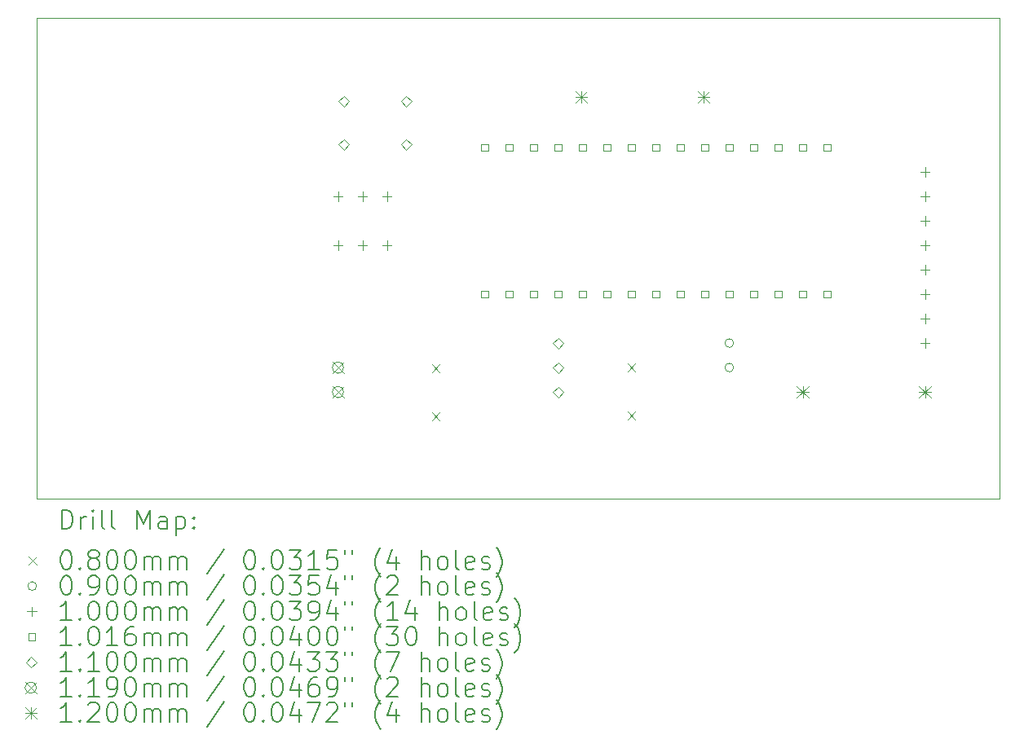
<source format=gbr>
%TF.GenerationSoftware,KiCad,Pcbnew,9.0.1+1*%
%TF.CreationDate,2025-05-09T02:34:31+00:00*%
%TF.ProjectId,modulo_seguidor,6d6f6475-6c6f-45f7-9365-677569646f72,rev?*%
%TF.SameCoordinates,Original*%
%TF.FileFunction,Drillmap*%
%TF.FilePolarity,Positive*%
%FSLAX45Y45*%
G04 Gerber Fmt 4.5, Leading zero omitted, Abs format (unit mm)*
G04 Created by KiCad (PCBNEW 9.0.1+1) date 2025-05-09 02:34:31*
%MOMM*%
%LPD*%
G01*
G04 APERTURE LIST*
%ADD10C,0.050000*%
%ADD11C,0.200000*%
%ADD12C,0.100000*%
%ADD13C,0.101600*%
%ADD14C,0.110000*%
%ADD15C,0.119000*%
%ADD16C,0.120000*%
G04 APERTURE END LIST*
D10*
X5000000Y-5000000D02*
X15000000Y-5000000D01*
X15000000Y-10000000D01*
X5000000Y-10000000D01*
X5000000Y-5000000D01*
D11*
D12*
X9104000Y-8604000D02*
X9184000Y-8684000D01*
X9184000Y-8604000D02*
X9104000Y-8684000D01*
X9104000Y-9104000D02*
X9184000Y-9184000D01*
X9184000Y-9104000D02*
X9104000Y-9184000D01*
X11136000Y-8596000D02*
X11216000Y-8676000D01*
X11216000Y-8596000D02*
X11136000Y-8676000D01*
X11136000Y-9096000D02*
X11216000Y-9176000D01*
X11216000Y-9096000D02*
X11136000Y-9176000D01*
X12237000Y-8382000D02*
G75*
G02*
X12147000Y-8382000I-45000J0D01*
G01*
X12147000Y-8382000D02*
G75*
G02*
X12237000Y-8382000I45000J0D01*
G01*
X12237000Y-8636000D02*
G75*
G02*
X12147000Y-8636000I-45000J0D01*
G01*
X12147000Y-8636000D02*
G75*
G02*
X12237000Y-8636000I45000J0D01*
G01*
X8128000Y-6808000D02*
X8128000Y-6908000D01*
X8078000Y-6858000D02*
X8178000Y-6858000D01*
X8128000Y-7316000D02*
X8128000Y-7416000D01*
X8078000Y-7366000D02*
X8178000Y-7366000D01*
X8382000Y-6808000D02*
X8382000Y-6908000D01*
X8332000Y-6858000D02*
X8432000Y-6858000D01*
X8382000Y-7316000D02*
X8382000Y-7416000D01*
X8332000Y-7366000D02*
X8432000Y-7366000D01*
X8636000Y-6808000D02*
X8636000Y-6908000D01*
X8586000Y-6858000D02*
X8686000Y-6858000D01*
X8636000Y-7316000D02*
X8636000Y-7416000D01*
X8586000Y-7366000D02*
X8686000Y-7366000D01*
X14224000Y-6554000D02*
X14224000Y-6654000D01*
X14174000Y-6604000D02*
X14274000Y-6604000D01*
X14224000Y-6808000D02*
X14224000Y-6908000D01*
X14174000Y-6858000D02*
X14274000Y-6858000D01*
X14224000Y-7062000D02*
X14224000Y-7162000D01*
X14174000Y-7112000D02*
X14274000Y-7112000D01*
X14224000Y-7316000D02*
X14224000Y-7416000D01*
X14174000Y-7366000D02*
X14274000Y-7366000D01*
X14224000Y-7570000D02*
X14224000Y-7670000D01*
X14174000Y-7620000D02*
X14274000Y-7620000D01*
X14224000Y-7824000D02*
X14224000Y-7924000D01*
X14174000Y-7874000D02*
X14274000Y-7874000D01*
X14224000Y-8078000D02*
X14224000Y-8178000D01*
X14174000Y-8128000D02*
X14274000Y-8128000D01*
X14224000Y-8332000D02*
X14224000Y-8432000D01*
X14174000Y-8382000D02*
X14274000Y-8382000D01*
D13*
X9687921Y-6385921D02*
X9687921Y-6314079D01*
X9616079Y-6314079D01*
X9616079Y-6385921D01*
X9687921Y-6385921D01*
X9687921Y-7909921D02*
X9687921Y-7838079D01*
X9616079Y-7838079D01*
X9616079Y-7909921D01*
X9687921Y-7909921D01*
X9941921Y-6385921D02*
X9941921Y-6314079D01*
X9870079Y-6314079D01*
X9870079Y-6385921D01*
X9941921Y-6385921D01*
X9941921Y-7909921D02*
X9941921Y-7838079D01*
X9870079Y-7838079D01*
X9870079Y-7909921D01*
X9941921Y-7909921D01*
X10195921Y-6385921D02*
X10195921Y-6314079D01*
X10124079Y-6314079D01*
X10124079Y-6385921D01*
X10195921Y-6385921D01*
X10195921Y-7909921D02*
X10195921Y-7838079D01*
X10124079Y-7838079D01*
X10124079Y-7909921D01*
X10195921Y-7909921D01*
X10449921Y-6385921D02*
X10449921Y-6314079D01*
X10378079Y-6314079D01*
X10378079Y-6385921D01*
X10449921Y-6385921D01*
X10449921Y-7909921D02*
X10449921Y-7838079D01*
X10378079Y-7838079D01*
X10378079Y-7909921D01*
X10449921Y-7909921D01*
X10703921Y-6385921D02*
X10703921Y-6314079D01*
X10632079Y-6314079D01*
X10632079Y-6385921D01*
X10703921Y-6385921D01*
X10703921Y-7909921D02*
X10703921Y-7838079D01*
X10632079Y-7838079D01*
X10632079Y-7909921D01*
X10703921Y-7909921D01*
X10957921Y-6385921D02*
X10957921Y-6314079D01*
X10886079Y-6314079D01*
X10886079Y-6385921D01*
X10957921Y-6385921D01*
X10957921Y-7909921D02*
X10957921Y-7838079D01*
X10886079Y-7838079D01*
X10886079Y-7909921D01*
X10957921Y-7909921D01*
X11211921Y-6385921D02*
X11211921Y-6314079D01*
X11140079Y-6314079D01*
X11140079Y-6385921D01*
X11211921Y-6385921D01*
X11211921Y-7909921D02*
X11211921Y-7838079D01*
X11140079Y-7838079D01*
X11140079Y-7909921D01*
X11211921Y-7909921D01*
X11465921Y-6385921D02*
X11465921Y-6314079D01*
X11394079Y-6314079D01*
X11394079Y-6385921D01*
X11465921Y-6385921D01*
X11465921Y-7909921D02*
X11465921Y-7838079D01*
X11394079Y-7838079D01*
X11394079Y-7909921D01*
X11465921Y-7909921D01*
X11719921Y-6385921D02*
X11719921Y-6314079D01*
X11648079Y-6314079D01*
X11648079Y-6385921D01*
X11719921Y-6385921D01*
X11719921Y-7909921D02*
X11719921Y-7838079D01*
X11648079Y-7838079D01*
X11648079Y-7909921D01*
X11719921Y-7909921D01*
X11973921Y-6385921D02*
X11973921Y-6314079D01*
X11902079Y-6314079D01*
X11902079Y-6385921D01*
X11973921Y-6385921D01*
X11973921Y-7909921D02*
X11973921Y-7838079D01*
X11902079Y-7838079D01*
X11902079Y-7909921D01*
X11973921Y-7909921D01*
X12227921Y-6385921D02*
X12227921Y-6314079D01*
X12156079Y-6314079D01*
X12156079Y-6385921D01*
X12227921Y-6385921D01*
X12227921Y-7909921D02*
X12227921Y-7838079D01*
X12156079Y-7838079D01*
X12156079Y-7909921D01*
X12227921Y-7909921D01*
X12481921Y-6385921D02*
X12481921Y-6314079D01*
X12410079Y-6314079D01*
X12410079Y-6385921D01*
X12481921Y-6385921D01*
X12481921Y-7909921D02*
X12481921Y-7838079D01*
X12410079Y-7838079D01*
X12410079Y-7909921D01*
X12481921Y-7909921D01*
X12735921Y-6385921D02*
X12735921Y-6314079D01*
X12664079Y-6314079D01*
X12664079Y-6385921D01*
X12735921Y-6385921D01*
X12735921Y-7909921D02*
X12735921Y-7838079D01*
X12664079Y-7838079D01*
X12664079Y-7909921D01*
X12735921Y-7909921D01*
X12989921Y-6385921D02*
X12989921Y-6314079D01*
X12918079Y-6314079D01*
X12918079Y-6385921D01*
X12989921Y-6385921D01*
X12989921Y-7909921D02*
X12989921Y-7838079D01*
X12918079Y-7838079D01*
X12918079Y-7909921D01*
X12989921Y-7909921D01*
X13243921Y-6385921D02*
X13243921Y-6314079D01*
X13172079Y-6314079D01*
X13172079Y-6385921D01*
X13243921Y-6385921D01*
X13243921Y-7909921D02*
X13243921Y-7838079D01*
X13172079Y-7838079D01*
X13172079Y-7909921D01*
X13243921Y-7909921D01*
D14*
X8187389Y-5924526D02*
X8242389Y-5869526D01*
X8187389Y-5814526D01*
X8132389Y-5869526D01*
X8187389Y-5924526D01*
X8187389Y-6374526D02*
X8242389Y-6319526D01*
X8187389Y-6264526D01*
X8132389Y-6319526D01*
X8187389Y-6374526D01*
X8837389Y-5924526D02*
X8892389Y-5869526D01*
X8837389Y-5814526D01*
X8782389Y-5869526D01*
X8837389Y-5924526D01*
X8837389Y-6374526D02*
X8892389Y-6319526D01*
X8837389Y-6264526D01*
X8782389Y-6319526D01*
X8837389Y-6374526D01*
X10414000Y-8437000D02*
X10469000Y-8382000D01*
X10414000Y-8327000D01*
X10359000Y-8382000D01*
X10414000Y-8437000D01*
X10414000Y-8691000D02*
X10469000Y-8636000D01*
X10414000Y-8581000D01*
X10359000Y-8636000D01*
X10414000Y-8691000D01*
X10414000Y-8945000D02*
X10469000Y-8890000D01*
X10414000Y-8835000D01*
X10359000Y-8890000D01*
X10414000Y-8945000D01*
D15*
X8068500Y-8576500D02*
X8187500Y-8695500D01*
X8187500Y-8576500D02*
X8068500Y-8695500D01*
X8187500Y-8636000D02*
G75*
G02*
X8068500Y-8636000I-59500J0D01*
G01*
X8068500Y-8636000D02*
G75*
G02*
X8187500Y-8636000I59500J0D01*
G01*
X8068500Y-8830500D02*
X8187500Y-8949500D01*
X8187500Y-8830500D02*
X8068500Y-8949500D01*
X8187500Y-8890000D02*
G75*
G02*
X8068500Y-8890000I-59500J0D01*
G01*
X8068500Y-8890000D02*
G75*
G02*
X8187500Y-8890000I59500J0D01*
G01*
D16*
X10596929Y-5766287D02*
X10716929Y-5886287D01*
X10716929Y-5766287D02*
X10596929Y-5886287D01*
X10656929Y-5766287D02*
X10656929Y-5886287D01*
X10596929Y-5826287D02*
X10716929Y-5826287D01*
X11866929Y-5766287D02*
X11986929Y-5886287D01*
X11986929Y-5766287D02*
X11866929Y-5886287D01*
X11926929Y-5766287D02*
X11926929Y-5886287D01*
X11866929Y-5826287D02*
X11986929Y-5826287D01*
X12894000Y-8830251D02*
X13014000Y-8950251D01*
X13014000Y-8830251D02*
X12894000Y-8950251D01*
X12954000Y-8830251D02*
X12954000Y-8950251D01*
X12894000Y-8890251D02*
X13014000Y-8890251D01*
X14164000Y-8830251D02*
X14284000Y-8950251D01*
X14284000Y-8830251D02*
X14164000Y-8950251D01*
X14224000Y-8830251D02*
X14224000Y-8950251D01*
X14164000Y-8890251D02*
X14284000Y-8890251D01*
D11*
X5258277Y-10313984D02*
X5258277Y-10113984D01*
X5258277Y-10113984D02*
X5305896Y-10113984D01*
X5305896Y-10113984D02*
X5334467Y-10123508D01*
X5334467Y-10123508D02*
X5353515Y-10142555D01*
X5353515Y-10142555D02*
X5363039Y-10161603D01*
X5363039Y-10161603D02*
X5372563Y-10199698D01*
X5372563Y-10199698D02*
X5372563Y-10228270D01*
X5372563Y-10228270D02*
X5363039Y-10266365D01*
X5363039Y-10266365D02*
X5353515Y-10285412D01*
X5353515Y-10285412D02*
X5334467Y-10304460D01*
X5334467Y-10304460D02*
X5305896Y-10313984D01*
X5305896Y-10313984D02*
X5258277Y-10313984D01*
X5458277Y-10313984D02*
X5458277Y-10180650D01*
X5458277Y-10218746D02*
X5467801Y-10199698D01*
X5467801Y-10199698D02*
X5477324Y-10190174D01*
X5477324Y-10190174D02*
X5496372Y-10180650D01*
X5496372Y-10180650D02*
X5515420Y-10180650D01*
X5582086Y-10313984D02*
X5582086Y-10180650D01*
X5582086Y-10113984D02*
X5572563Y-10123508D01*
X5572563Y-10123508D02*
X5582086Y-10133031D01*
X5582086Y-10133031D02*
X5591610Y-10123508D01*
X5591610Y-10123508D02*
X5582086Y-10113984D01*
X5582086Y-10113984D02*
X5582086Y-10133031D01*
X5705896Y-10313984D02*
X5686848Y-10304460D01*
X5686848Y-10304460D02*
X5677324Y-10285412D01*
X5677324Y-10285412D02*
X5677324Y-10113984D01*
X5810658Y-10313984D02*
X5791610Y-10304460D01*
X5791610Y-10304460D02*
X5782086Y-10285412D01*
X5782086Y-10285412D02*
X5782086Y-10113984D01*
X6039229Y-10313984D02*
X6039229Y-10113984D01*
X6039229Y-10113984D02*
X6105896Y-10256841D01*
X6105896Y-10256841D02*
X6172562Y-10113984D01*
X6172562Y-10113984D02*
X6172562Y-10313984D01*
X6353515Y-10313984D02*
X6353515Y-10209222D01*
X6353515Y-10209222D02*
X6343991Y-10190174D01*
X6343991Y-10190174D02*
X6324943Y-10180650D01*
X6324943Y-10180650D02*
X6286848Y-10180650D01*
X6286848Y-10180650D02*
X6267801Y-10190174D01*
X6353515Y-10304460D02*
X6334467Y-10313984D01*
X6334467Y-10313984D02*
X6286848Y-10313984D01*
X6286848Y-10313984D02*
X6267801Y-10304460D01*
X6267801Y-10304460D02*
X6258277Y-10285412D01*
X6258277Y-10285412D02*
X6258277Y-10266365D01*
X6258277Y-10266365D02*
X6267801Y-10247317D01*
X6267801Y-10247317D02*
X6286848Y-10237793D01*
X6286848Y-10237793D02*
X6334467Y-10237793D01*
X6334467Y-10237793D02*
X6353515Y-10228270D01*
X6448753Y-10180650D02*
X6448753Y-10380650D01*
X6448753Y-10190174D02*
X6467801Y-10180650D01*
X6467801Y-10180650D02*
X6505896Y-10180650D01*
X6505896Y-10180650D02*
X6524943Y-10190174D01*
X6524943Y-10190174D02*
X6534467Y-10199698D01*
X6534467Y-10199698D02*
X6543991Y-10218746D01*
X6543991Y-10218746D02*
X6543991Y-10275889D01*
X6543991Y-10275889D02*
X6534467Y-10294936D01*
X6534467Y-10294936D02*
X6524943Y-10304460D01*
X6524943Y-10304460D02*
X6505896Y-10313984D01*
X6505896Y-10313984D02*
X6467801Y-10313984D01*
X6467801Y-10313984D02*
X6448753Y-10304460D01*
X6629705Y-10294936D02*
X6639229Y-10304460D01*
X6639229Y-10304460D02*
X6629705Y-10313984D01*
X6629705Y-10313984D02*
X6620182Y-10304460D01*
X6620182Y-10304460D02*
X6629705Y-10294936D01*
X6629705Y-10294936D02*
X6629705Y-10313984D01*
X6629705Y-10190174D02*
X6639229Y-10199698D01*
X6639229Y-10199698D02*
X6629705Y-10209222D01*
X6629705Y-10209222D02*
X6620182Y-10199698D01*
X6620182Y-10199698D02*
X6629705Y-10190174D01*
X6629705Y-10190174D02*
X6629705Y-10209222D01*
D12*
X4917500Y-10602500D02*
X4997500Y-10682500D01*
X4997500Y-10602500D02*
X4917500Y-10682500D01*
D11*
X5296372Y-10533984D02*
X5315420Y-10533984D01*
X5315420Y-10533984D02*
X5334467Y-10543508D01*
X5334467Y-10543508D02*
X5343991Y-10553031D01*
X5343991Y-10553031D02*
X5353515Y-10572079D01*
X5353515Y-10572079D02*
X5363039Y-10610174D01*
X5363039Y-10610174D02*
X5363039Y-10657793D01*
X5363039Y-10657793D02*
X5353515Y-10695889D01*
X5353515Y-10695889D02*
X5343991Y-10714936D01*
X5343991Y-10714936D02*
X5334467Y-10724460D01*
X5334467Y-10724460D02*
X5315420Y-10733984D01*
X5315420Y-10733984D02*
X5296372Y-10733984D01*
X5296372Y-10733984D02*
X5277324Y-10724460D01*
X5277324Y-10724460D02*
X5267801Y-10714936D01*
X5267801Y-10714936D02*
X5258277Y-10695889D01*
X5258277Y-10695889D02*
X5248753Y-10657793D01*
X5248753Y-10657793D02*
X5248753Y-10610174D01*
X5248753Y-10610174D02*
X5258277Y-10572079D01*
X5258277Y-10572079D02*
X5267801Y-10553031D01*
X5267801Y-10553031D02*
X5277324Y-10543508D01*
X5277324Y-10543508D02*
X5296372Y-10533984D01*
X5448753Y-10714936D02*
X5458277Y-10724460D01*
X5458277Y-10724460D02*
X5448753Y-10733984D01*
X5448753Y-10733984D02*
X5439229Y-10724460D01*
X5439229Y-10724460D02*
X5448753Y-10714936D01*
X5448753Y-10714936D02*
X5448753Y-10733984D01*
X5572563Y-10619698D02*
X5553515Y-10610174D01*
X5553515Y-10610174D02*
X5543991Y-10600650D01*
X5543991Y-10600650D02*
X5534467Y-10581603D01*
X5534467Y-10581603D02*
X5534467Y-10572079D01*
X5534467Y-10572079D02*
X5543991Y-10553031D01*
X5543991Y-10553031D02*
X5553515Y-10543508D01*
X5553515Y-10543508D02*
X5572563Y-10533984D01*
X5572563Y-10533984D02*
X5610658Y-10533984D01*
X5610658Y-10533984D02*
X5629705Y-10543508D01*
X5629705Y-10543508D02*
X5639229Y-10553031D01*
X5639229Y-10553031D02*
X5648753Y-10572079D01*
X5648753Y-10572079D02*
X5648753Y-10581603D01*
X5648753Y-10581603D02*
X5639229Y-10600650D01*
X5639229Y-10600650D02*
X5629705Y-10610174D01*
X5629705Y-10610174D02*
X5610658Y-10619698D01*
X5610658Y-10619698D02*
X5572563Y-10619698D01*
X5572563Y-10619698D02*
X5553515Y-10629222D01*
X5553515Y-10629222D02*
X5543991Y-10638746D01*
X5543991Y-10638746D02*
X5534467Y-10657793D01*
X5534467Y-10657793D02*
X5534467Y-10695889D01*
X5534467Y-10695889D02*
X5543991Y-10714936D01*
X5543991Y-10714936D02*
X5553515Y-10724460D01*
X5553515Y-10724460D02*
X5572563Y-10733984D01*
X5572563Y-10733984D02*
X5610658Y-10733984D01*
X5610658Y-10733984D02*
X5629705Y-10724460D01*
X5629705Y-10724460D02*
X5639229Y-10714936D01*
X5639229Y-10714936D02*
X5648753Y-10695889D01*
X5648753Y-10695889D02*
X5648753Y-10657793D01*
X5648753Y-10657793D02*
X5639229Y-10638746D01*
X5639229Y-10638746D02*
X5629705Y-10629222D01*
X5629705Y-10629222D02*
X5610658Y-10619698D01*
X5772562Y-10533984D02*
X5791610Y-10533984D01*
X5791610Y-10533984D02*
X5810658Y-10543508D01*
X5810658Y-10543508D02*
X5820182Y-10553031D01*
X5820182Y-10553031D02*
X5829705Y-10572079D01*
X5829705Y-10572079D02*
X5839229Y-10610174D01*
X5839229Y-10610174D02*
X5839229Y-10657793D01*
X5839229Y-10657793D02*
X5829705Y-10695889D01*
X5829705Y-10695889D02*
X5820182Y-10714936D01*
X5820182Y-10714936D02*
X5810658Y-10724460D01*
X5810658Y-10724460D02*
X5791610Y-10733984D01*
X5791610Y-10733984D02*
X5772562Y-10733984D01*
X5772562Y-10733984D02*
X5753515Y-10724460D01*
X5753515Y-10724460D02*
X5743991Y-10714936D01*
X5743991Y-10714936D02*
X5734467Y-10695889D01*
X5734467Y-10695889D02*
X5724943Y-10657793D01*
X5724943Y-10657793D02*
X5724943Y-10610174D01*
X5724943Y-10610174D02*
X5734467Y-10572079D01*
X5734467Y-10572079D02*
X5743991Y-10553031D01*
X5743991Y-10553031D02*
X5753515Y-10543508D01*
X5753515Y-10543508D02*
X5772562Y-10533984D01*
X5963039Y-10533984D02*
X5982086Y-10533984D01*
X5982086Y-10533984D02*
X6001134Y-10543508D01*
X6001134Y-10543508D02*
X6010658Y-10553031D01*
X6010658Y-10553031D02*
X6020182Y-10572079D01*
X6020182Y-10572079D02*
X6029705Y-10610174D01*
X6029705Y-10610174D02*
X6029705Y-10657793D01*
X6029705Y-10657793D02*
X6020182Y-10695889D01*
X6020182Y-10695889D02*
X6010658Y-10714936D01*
X6010658Y-10714936D02*
X6001134Y-10724460D01*
X6001134Y-10724460D02*
X5982086Y-10733984D01*
X5982086Y-10733984D02*
X5963039Y-10733984D01*
X5963039Y-10733984D02*
X5943991Y-10724460D01*
X5943991Y-10724460D02*
X5934467Y-10714936D01*
X5934467Y-10714936D02*
X5924943Y-10695889D01*
X5924943Y-10695889D02*
X5915420Y-10657793D01*
X5915420Y-10657793D02*
X5915420Y-10610174D01*
X5915420Y-10610174D02*
X5924943Y-10572079D01*
X5924943Y-10572079D02*
X5934467Y-10553031D01*
X5934467Y-10553031D02*
X5943991Y-10543508D01*
X5943991Y-10543508D02*
X5963039Y-10533984D01*
X6115420Y-10733984D02*
X6115420Y-10600650D01*
X6115420Y-10619698D02*
X6124943Y-10610174D01*
X6124943Y-10610174D02*
X6143991Y-10600650D01*
X6143991Y-10600650D02*
X6172563Y-10600650D01*
X6172563Y-10600650D02*
X6191610Y-10610174D01*
X6191610Y-10610174D02*
X6201134Y-10629222D01*
X6201134Y-10629222D02*
X6201134Y-10733984D01*
X6201134Y-10629222D02*
X6210658Y-10610174D01*
X6210658Y-10610174D02*
X6229705Y-10600650D01*
X6229705Y-10600650D02*
X6258277Y-10600650D01*
X6258277Y-10600650D02*
X6277324Y-10610174D01*
X6277324Y-10610174D02*
X6286848Y-10629222D01*
X6286848Y-10629222D02*
X6286848Y-10733984D01*
X6382086Y-10733984D02*
X6382086Y-10600650D01*
X6382086Y-10619698D02*
X6391610Y-10610174D01*
X6391610Y-10610174D02*
X6410658Y-10600650D01*
X6410658Y-10600650D02*
X6439229Y-10600650D01*
X6439229Y-10600650D02*
X6458277Y-10610174D01*
X6458277Y-10610174D02*
X6467801Y-10629222D01*
X6467801Y-10629222D02*
X6467801Y-10733984D01*
X6467801Y-10629222D02*
X6477324Y-10610174D01*
X6477324Y-10610174D02*
X6496372Y-10600650D01*
X6496372Y-10600650D02*
X6524943Y-10600650D01*
X6524943Y-10600650D02*
X6543991Y-10610174D01*
X6543991Y-10610174D02*
X6553515Y-10629222D01*
X6553515Y-10629222D02*
X6553515Y-10733984D01*
X6943991Y-10524460D02*
X6772563Y-10781603D01*
X7201134Y-10533984D02*
X7220182Y-10533984D01*
X7220182Y-10533984D02*
X7239229Y-10543508D01*
X7239229Y-10543508D02*
X7248753Y-10553031D01*
X7248753Y-10553031D02*
X7258277Y-10572079D01*
X7258277Y-10572079D02*
X7267801Y-10610174D01*
X7267801Y-10610174D02*
X7267801Y-10657793D01*
X7267801Y-10657793D02*
X7258277Y-10695889D01*
X7258277Y-10695889D02*
X7248753Y-10714936D01*
X7248753Y-10714936D02*
X7239229Y-10724460D01*
X7239229Y-10724460D02*
X7220182Y-10733984D01*
X7220182Y-10733984D02*
X7201134Y-10733984D01*
X7201134Y-10733984D02*
X7182086Y-10724460D01*
X7182086Y-10724460D02*
X7172563Y-10714936D01*
X7172563Y-10714936D02*
X7163039Y-10695889D01*
X7163039Y-10695889D02*
X7153515Y-10657793D01*
X7153515Y-10657793D02*
X7153515Y-10610174D01*
X7153515Y-10610174D02*
X7163039Y-10572079D01*
X7163039Y-10572079D02*
X7172563Y-10553031D01*
X7172563Y-10553031D02*
X7182086Y-10543508D01*
X7182086Y-10543508D02*
X7201134Y-10533984D01*
X7353515Y-10714936D02*
X7363039Y-10724460D01*
X7363039Y-10724460D02*
X7353515Y-10733984D01*
X7353515Y-10733984D02*
X7343991Y-10724460D01*
X7343991Y-10724460D02*
X7353515Y-10714936D01*
X7353515Y-10714936D02*
X7353515Y-10733984D01*
X7486848Y-10533984D02*
X7505896Y-10533984D01*
X7505896Y-10533984D02*
X7524944Y-10543508D01*
X7524944Y-10543508D02*
X7534467Y-10553031D01*
X7534467Y-10553031D02*
X7543991Y-10572079D01*
X7543991Y-10572079D02*
X7553515Y-10610174D01*
X7553515Y-10610174D02*
X7553515Y-10657793D01*
X7553515Y-10657793D02*
X7543991Y-10695889D01*
X7543991Y-10695889D02*
X7534467Y-10714936D01*
X7534467Y-10714936D02*
X7524944Y-10724460D01*
X7524944Y-10724460D02*
X7505896Y-10733984D01*
X7505896Y-10733984D02*
X7486848Y-10733984D01*
X7486848Y-10733984D02*
X7467801Y-10724460D01*
X7467801Y-10724460D02*
X7458277Y-10714936D01*
X7458277Y-10714936D02*
X7448753Y-10695889D01*
X7448753Y-10695889D02*
X7439229Y-10657793D01*
X7439229Y-10657793D02*
X7439229Y-10610174D01*
X7439229Y-10610174D02*
X7448753Y-10572079D01*
X7448753Y-10572079D02*
X7458277Y-10553031D01*
X7458277Y-10553031D02*
X7467801Y-10543508D01*
X7467801Y-10543508D02*
X7486848Y-10533984D01*
X7620182Y-10533984D02*
X7743991Y-10533984D01*
X7743991Y-10533984D02*
X7677325Y-10610174D01*
X7677325Y-10610174D02*
X7705896Y-10610174D01*
X7705896Y-10610174D02*
X7724944Y-10619698D01*
X7724944Y-10619698D02*
X7734467Y-10629222D01*
X7734467Y-10629222D02*
X7743991Y-10648270D01*
X7743991Y-10648270D02*
X7743991Y-10695889D01*
X7743991Y-10695889D02*
X7734467Y-10714936D01*
X7734467Y-10714936D02*
X7724944Y-10724460D01*
X7724944Y-10724460D02*
X7705896Y-10733984D01*
X7705896Y-10733984D02*
X7648753Y-10733984D01*
X7648753Y-10733984D02*
X7629706Y-10724460D01*
X7629706Y-10724460D02*
X7620182Y-10714936D01*
X7934467Y-10733984D02*
X7820182Y-10733984D01*
X7877325Y-10733984D02*
X7877325Y-10533984D01*
X7877325Y-10533984D02*
X7858277Y-10562555D01*
X7858277Y-10562555D02*
X7839229Y-10581603D01*
X7839229Y-10581603D02*
X7820182Y-10591127D01*
X8115420Y-10533984D02*
X8020182Y-10533984D01*
X8020182Y-10533984D02*
X8010658Y-10629222D01*
X8010658Y-10629222D02*
X8020182Y-10619698D01*
X8020182Y-10619698D02*
X8039229Y-10610174D01*
X8039229Y-10610174D02*
X8086848Y-10610174D01*
X8086848Y-10610174D02*
X8105896Y-10619698D01*
X8105896Y-10619698D02*
X8115420Y-10629222D01*
X8115420Y-10629222D02*
X8124944Y-10648270D01*
X8124944Y-10648270D02*
X8124944Y-10695889D01*
X8124944Y-10695889D02*
X8115420Y-10714936D01*
X8115420Y-10714936D02*
X8105896Y-10724460D01*
X8105896Y-10724460D02*
X8086848Y-10733984D01*
X8086848Y-10733984D02*
X8039229Y-10733984D01*
X8039229Y-10733984D02*
X8020182Y-10724460D01*
X8020182Y-10724460D02*
X8010658Y-10714936D01*
X8201134Y-10533984D02*
X8201134Y-10572079D01*
X8277325Y-10533984D02*
X8277325Y-10572079D01*
X8572563Y-10810174D02*
X8563039Y-10800650D01*
X8563039Y-10800650D02*
X8543991Y-10772079D01*
X8543991Y-10772079D02*
X8534468Y-10753031D01*
X8534468Y-10753031D02*
X8524944Y-10724460D01*
X8524944Y-10724460D02*
X8515420Y-10676841D01*
X8515420Y-10676841D02*
X8515420Y-10638746D01*
X8515420Y-10638746D02*
X8524944Y-10591127D01*
X8524944Y-10591127D02*
X8534468Y-10562555D01*
X8534468Y-10562555D02*
X8543991Y-10543508D01*
X8543991Y-10543508D02*
X8563039Y-10514936D01*
X8563039Y-10514936D02*
X8572563Y-10505412D01*
X8734468Y-10600650D02*
X8734468Y-10733984D01*
X8686849Y-10524460D02*
X8639230Y-10667317D01*
X8639230Y-10667317D02*
X8763039Y-10667317D01*
X8991611Y-10733984D02*
X8991611Y-10533984D01*
X9077325Y-10733984D02*
X9077325Y-10629222D01*
X9077325Y-10629222D02*
X9067801Y-10610174D01*
X9067801Y-10610174D02*
X9048753Y-10600650D01*
X9048753Y-10600650D02*
X9020182Y-10600650D01*
X9020182Y-10600650D02*
X9001134Y-10610174D01*
X9001134Y-10610174D02*
X8991611Y-10619698D01*
X9201134Y-10733984D02*
X9182087Y-10724460D01*
X9182087Y-10724460D02*
X9172563Y-10714936D01*
X9172563Y-10714936D02*
X9163039Y-10695889D01*
X9163039Y-10695889D02*
X9163039Y-10638746D01*
X9163039Y-10638746D02*
X9172563Y-10619698D01*
X9172563Y-10619698D02*
X9182087Y-10610174D01*
X9182087Y-10610174D02*
X9201134Y-10600650D01*
X9201134Y-10600650D02*
X9229706Y-10600650D01*
X9229706Y-10600650D02*
X9248753Y-10610174D01*
X9248753Y-10610174D02*
X9258277Y-10619698D01*
X9258277Y-10619698D02*
X9267801Y-10638746D01*
X9267801Y-10638746D02*
X9267801Y-10695889D01*
X9267801Y-10695889D02*
X9258277Y-10714936D01*
X9258277Y-10714936D02*
X9248753Y-10724460D01*
X9248753Y-10724460D02*
X9229706Y-10733984D01*
X9229706Y-10733984D02*
X9201134Y-10733984D01*
X9382087Y-10733984D02*
X9363039Y-10724460D01*
X9363039Y-10724460D02*
X9353515Y-10705412D01*
X9353515Y-10705412D02*
X9353515Y-10533984D01*
X9534468Y-10724460D02*
X9515420Y-10733984D01*
X9515420Y-10733984D02*
X9477325Y-10733984D01*
X9477325Y-10733984D02*
X9458277Y-10724460D01*
X9458277Y-10724460D02*
X9448753Y-10705412D01*
X9448753Y-10705412D02*
X9448753Y-10629222D01*
X9448753Y-10629222D02*
X9458277Y-10610174D01*
X9458277Y-10610174D02*
X9477325Y-10600650D01*
X9477325Y-10600650D02*
X9515420Y-10600650D01*
X9515420Y-10600650D02*
X9534468Y-10610174D01*
X9534468Y-10610174D02*
X9543992Y-10629222D01*
X9543992Y-10629222D02*
X9543992Y-10648270D01*
X9543992Y-10648270D02*
X9448753Y-10667317D01*
X9620182Y-10724460D02*
X9639230Y-10733984D01*
X9639230Y-10733984D02*
X9677325Y-10733984D01*
X9677325Y-10733984D02*
X9696373Y-10724460D01*
X9696373Y-10724460D02*
X9705896Y-10705412D01*
X9705896Y-10705412D02*
X9705896Y-10695889D01*
X9705896Y-10695889D02*
X9696373Y-10676841D01*
X9696373Y-10676841D02*
X9677325Y-10667317D01*
X9677325Y-10667317D02*
X9648753Y-10667317D01*
X9648753Y-10667317D02*
X9629706Y-10657793D01*
X9629706Y-10657793D02*
X9620182Y-10638746D01*
X9620182Y-10638746D02*
X9620182Y-10629222D01*
X9620182Y-10629222D02*
X9629706Y-10610174D01*
X9629706Y-10610174D02*
X9648753Y-10600650D01*
X9648753Y-10600650D02*
X9677325Y-10600650D01*
X9677325Y-10600650D02*
X9696373Y-10610174D01*
X9772563Y-10810174D02*
X9782087Y-10800650D01*
X9782087Y-10800650D02*
X9801134Y-10772079D01*
X9801134Y-10772079D02*
X9810658Y-10753031D01*
X9810658Y-10753031D02*
X9820182Y-10724460D01*
X9820182Y-10724460D02*
X9829706Y-10676841D01*
X9829706Y-10676841D02*
X9829706Y-10638746D01*
X9829706Y-10638746D02*
X9820182Y-10591127D01*
X9820182Y-10591127D02*
X9810658Y-10562555D01*
X9810658Y-10562555D02*
X9801134Y-10543508D01*
X9801134Y-10543508D02*
X9782087Y-10514936D01*
X9782087Y-10514936D02*
X9772563Y-10505412D01*
D12*
X4997500Y-10906500D02*
G75*
G02*
X4907500Y-10906500I-45000J0D01*
G01*
X4907500Y-10906500D02*
G75*
G02*
X4997500Y-10906500I45000J0D01*
G01*
D11*
X5296372Y-10797984D02*
X5315420Y-10797984D01*
X5315420Y-10797984D02*
X5334467Y-10807508D01*
X5334467Y-10807508D02*
X5343991Y-10817031D01*
X5343991Y-10817031D02*
X5353515Y-10836079D01*
X5353515Y-10836079D02*
X5363039Y-10874174D01*
X5363039Y-10874174D02*
X5363039Y-10921793D01*
X5363039Y-10921793D02*
X5353515Y-10959889D01*
X5353515Y-10959889D02*
X5343991Y-10978936D01*
X5343991Y-10978936D02*
X5334467Y-10988460D01*
X5334467Y-10988460D02*
X5315420Y-10997984D01*
X5315420Y-10997984D02*
X5296372Y-10997984D01*
X5296372Y-10997984D02*
X5277324Y-10988460D01*
X5277324Y-10988460D02*
X5267801Y-10978936D01*
X5267801Y-10978936D02*
X5258277Y-10959889D01*
X5258277Y-10959889D02*
X5248753Y-10921793D01*
X5248753Y-10921793D02*
X5248753Y-10874174D01*
X5248753Y-10874174D02*
X5258277Y-10836079D01*
X5258277Y-10836079D02*
X5267801Y-10817031D01*
X5267801Y-10817031D02*
X5277324Y-10807508D01*
X5277324Y-10807508D02*
X5296372Y-10797984D01*
X5448753Y-10978936D02*
X5458277Y-10988460D01*
X5458277Y-10988460D02*
X5448753Y-10997984D01*
X5448753Y-10997984D02*
X5439229Y-10988460D01*
X5439229Y-10988460D02*
X5448753Y-10978936D01*
X5448753Y-10978936D02*
X5448753Y-10997984D01*
X5553515Y-10997984D02*
X5591610Y-10997984D01*
X5591610Y-10997984D02*
X5610658Y-10988460D01*
X5610658Y-10988460D02*
X5620182Y-10978936D01*
X5620182Y-10978936D02*
X5639229Y-10950365D01*
X5639229Y-10950365D02*
X5648753Y-10912270D01*
X5648753Y-10912270D02*
X5648753Y-10836079D01*
X5648753Y-10836079D02*
X5639229Y-10817031D01*
X5639229Y-10817031D02*
X5629705Y-10807508D01*
X5629705Y-10807508D02*
X5610658Y-10797984D01*
X5610658Y-10797984D02*
X5572563Y-10797984D01*
X5572563Y-10797984D02*
X5553515Y-10807508D01*
X5553515Y-10807508D02*
X5543991Y-10817031D01*
X5543991Y-10817031D02*
X5534467Y-10836079D01*
X5534467Y-10836079D02*
X5534467Y-10883698D01*
X5534467Y-10883698D02*
X5543991Y-10902746D01*
X5543991Y-10902746D02*
X5553515Y-10912270D01*
X5553515Y-10912270D02*
X5572563Y-10921793D01*
X5572563Y-10921793D02*
X5610658Y-10921793D01*
X5610658Y-10921793D02*
X5629705Y-10912270D01*
X5629705Y-10912270D02*
X5639229Y-10902746D01*
X5639229Y-10902746D02*
X5648753Y-10883698D01*
X5772562Y-10797984D02*
X5791610Y-10797984D01*
X5791610Y-10797984D02*
X5810658Y-10807508D01*
X5810658Y-10807508D02*
X5820182Y-10817031D01*
X5820182Y-10817031D02*
X5829705Y-10836079D01*
X5829705Y-10836079D02*
X5839229Y-10874174D01*
X5839229Y-10874174D02*
X5839229Y-10921793D01*
X5839229Y-10921793D02*
X5829705Y-10959889D01*
X5829705Y-10959889D02*
X5820182Y-10978936D01*
X5820182Y-10978936D02*
X5810658Y-10988460D01*
X5810658Y-10988460D02*
X5791610Y-10997984D01*
X5791610Y-10997984D02*
X5772562Y-10997984D01*
X5772562Y-10997984D02*
X5753515Y-10988460D01*
X5753515Y-10988460D02*
X5743991Y-10978936D01*
X5743991Y-10978936D02*
X5734467Y-10959889D01*
X5734467Y-10959889D02*
X5724943Y-10921793D01*
X5724943Y-10921793D02*
X5724943Y-10874174D01*
X5724943Y-10874174D02*
X5734467Y-10836079D01*
X5734467Y-10836079D02*
X5743991Y-10817031D01*
X5743991Y-10817031D02*
X5753515Y-10807508D01*
X5753515Y-10807508D02*
X5772562Y-10797984D01*
X5963039Y-10797984D02*
X5982086Y-10797984D01*
X5982086Y-10797984D02*
X6001134Y-10807508D01*
X6001134Y-10807508D02*
X6010658Y-10817031D01*
X6010658Y-10817031D02*
X6020182Y-10836079D01*
X6020182Y-10836079D02*
X6029705Y-10874174D01*
X6029705Y-10874174D02*
X6029705Y-10921793D01*
X6029705Y-10921793D02*
X6020182Y-10959889D01*
X6020182Y-10959889D02*
X6010658Y-10978936D01*
X6010658Y-10978936D02*
X6001134Y-10988460D01*
X6001134Y-10988460D02*
X5982086Y-10997984D01*
X5982086Y-10997984D02*
X5963039Y-10997984D01*
X5963039Y-10997984D02*
X5943991Y-10988460D01*
X5943991Y-10988460D02*
X5934467Y-10978936D01*
X5934467Y-10978936D02*
X5924943Y-10959889D01*
X5924943Y-10959889D02*
X5915420Y-10921793D01*
X5915420Y-10921793D02*
X5915420Y-10874174D01*
X5915420Y-10874174D02*
X5924943Y-10836079D01*
X5924943Y-10836079D02*
X5934467Y-10817031D01*
X5934467Y-10817031D02*
X5943991Y-10807508D01*
X5943991Y-10807508D02*
X5963039Y-10797984D01*
X6115420Y-10997984D02*
X6115420Y-10864650D01*
X6115420Y-10883698D02*
X6124943Y-10874174D01*
X6124943Y-10874174D02*
X6143991Y-10864650D01*
X6143991Y-10864650D02*
X6172563Y-10864650D01*
X6172563Y-10864650D02*
X6191610Y-10874174D01*
X6191610Y-10874174D02*
X6201134Y-10893222D01*
X6201134Y-10893222D02*
X6201134Y-10997984D01*
X6201134Y-10893222D02*
X6210658Y-10874174D01*
X6210658Y-10874174D02*
X6229705Y-10864650D01*
X6229705Y-10864650D02*
X6258277Y-10864650D01*
X6258277Y-10864650D02*
X6277324Y-10874174D01*
X6277324Y-10874174D02*
X6286848Y-10893222D01*
X6286848Y-10893222D02*
X6286848Y-10997984D01*
X6382086Y-10997984D02*
X6382086Y-10864650D01*
X6382086Y-10883698D02*
X6391610Y-10874174D01*
X6391610Y-10874174D02*
X6410658Y-10864650D01*
X6410658Y-10864650D02*
X6439229Y-10864650D01*
X6439229Y-10864650D02*
X6458277Y-10874174D01*
X6458277Y-10874174D02*
X6467801Y-10893222D01*
X6467801Y-10893222D02*
X6467801Y-10997984D01*
X6467801Y-10893222D02*
X6477324Y-10874174D01*
X6477324Y-10874174D02*
X6496372Y-10864650D01*
X6496372Y-10864650D02*
X6524943Y-10864650D01*
X6524943Y-10864650D02*
X6543991Y-10874174D01*
X6543991Y-10874174D02*
X6553515Y-10893222D01*
X6553515Y-10893222D02*
X6553515Y-10997984D01*
X6943991Y-10788460D02*
X6772563Y-11045603D01*
X7201134Y-10797984D02*
X7220182Y-10797984D01*
X7220182Y-10797984D02*
X7239229Y-10807508D01*
X7239229Y-10807508D02*
X7248753Y-10817031D01*
X7248753Y-10817031D02*
X7258277Y-10836079D01*
X7258277Y-10836079D02*
X7267801Y-10874174D01*
X7267801Y-10874174D02*
X7267801Y-10921793D01*
X7267801Y-10921793D02*
X7258277Y-10959889D01*
X7258277Y-10959889D02*
X7248753Y-10978936D01*
X7248753Y-10978936D02*
X7239229Y-10988460D01*
X7239229Y-10988460D02*
X7220182Y-10997984D01*
X7220182Y-10997984D02*
X7201134Y-10997984D01*
X7201134Y-10997984D02*
X7182086Y-10988460D01*
X7182086Y-10988460D02*
X7172563Y-10978936D01*
X7172563Y-10978936D02*
X7163039Y-10959889D01*
X7163039Y-10959889D02*
X7153515Y-10921793D01*
X7153515Y-10921793D02*
X7153515Y-10874174D01*
X7153515Y-10874174D02*
X7163039Y-10836079D01*
X7163039Y-10836079D02*
X7172563Y-10817031D01*
X7172563Y-10817031D02*
X7182086Y-10807508D01*
X7182086Y-10807508D02*
X7201134Y-10797984D01*
X7353515Y-10978936D02*
X7363039Y-10988460D01*
X7363039Y-10988460D02*
X7353515Y-10997984D01*
X7353515Y-10997984D02*
X7343991Y-10988460D01*
X7343991Y-10988460D02*
X7353515Y-10978936D01*
X7353515Y-10978936D02*
X7353515Y-10997984D01*
X7486848Y-10797984D02*
X7505896Y-10797984D01*
X7505896Y-10797984D02*
X7524944Y-10807508D01*
X7524944Y-10807508D02*
X7534467Y-10817031D01*
X7534467Y-10817031D02*
X7543991Y-10836079D01*
X7543991Y-10836079D02*
X7553515Y-10874174D01*
X7553515Y-10874174D02*
X7553515Y-10921793D01*
X7553515Y-10921793D02*
X7543991Y-10959889D01*
X7543991Y-10959889D02*
X7534467Y-10978936D01*
X7534467Y-10978936D02*
X7524944Y-10988460D01*
X7524944Y-10988460D02*
X7505896Y-10997984D01*
X7505896Y-10997984D02*
X7486848Y-10997984D01*
X7486848Y-10997984D02*
X7467801Y-10988460D01*
X7467801Y-10988460D02*
X7458277Y-10978936D01*
X7458277Y-10978936D02*
X7448753Y-10959889D01*
X7448753Y-10959889D02*
X7439229Y-10921793D01*
X7439229Y-10921793D02*
X7439229Y-10874174D01*
X7439229Y-10874174D02*
X7448753Y-10836079D01*
X7448753Y-10836079D02*
X7458277Y-10817031D01*
X7458277Y-10817031D02*
X7467801Y-10807508D01*
X7467801Y-10807508D02*
X7486848Y-10797984D01*
X7620182Y-10797984D02*
X7743991Y-10797984D01*
X7743991Y-10797984D02*
X7677325Y-10874174D01*
X7677325Y-10874174D02*
X7705896Y-10874174D01*
X7705896Y-10874174D02*
X7724944Y-10883698D01*
X7724944Y-10883698D02*
X7734467Y-10893222D01*
X7734467Y-10893222D02*
X7743991Y-10912270D01*
X7743991Y-10912270D02*
X7743991Y-10959889D01*
X7743991Y-10959889D02*
X7734467Y-10978936D01*
X7734467Y-10978936D02*
X7724944Y-10988460D01*
X7724944Y-10988460D02*
X7705896Y-10997984D01*
X7705896Y-10997984D02*
X7648753Y-10997984D01*
X7648753Y-10997984D02*
X7629706Y-10988460D01*
X7629706Y-10988460D02*
X7620182Y-10978936D01*
X7924944Y-10797984D02*
X7829706Y-10797984D01*
X7829706Y-10797984D02*
X7820182Y-10893222D01*
X7820182Y-10893222D02*
X7829706Y-10883698D01*
X7829706Y-10883698D02*
X7848753Y-10874174D01*
X7848753Y-10874174D02*
X7896372Y-10874174D01*
X7896372Y-10874174D02*
X7915420Y-10883698D01*
X7915420Y-10883698D02*
X7924944Y-10893222D01*
X7924944Y-10893222D02*
X7934467Y-10912270D01*
X7934467Y-10912270D02*
X7934467Y-10959889D01*
X7934467Y-10959889D02*
X7924944Y-10978936D01*
X7924944Y-10978936D02*
X7915420Y-10988460D01*
X7915420Y-10988460D02*
X7896372Y-10997984D01*
X7896372Y-10997984D02*
X7848753Y-10997984D01*
X7848753Y-10997984D02*
X7829706Y-10988460D01*
X7829706Y-10988460D02*
X7820182Y-10978936D01*
X8105896Y-10864650D02*
X8105896Y-10997984D01*
X8058277Y-10788460D02*
X8010658Y-10931317D01*
X8010658Y-10931317D02*
X8134467Y-10931317D01*
X8201134Y-10797984D02*
X8201134Y-10836079D01*
X8277325Y-10797984D02*
X8277325Y-10836079D01*
X8572563Y-11074174D02*
X8563039Y-11064650D01*
X8563039Y-11064650D02*
X8543991Y-11036079D01*
X8543991Y-11036079D02*
X8534468Y-11017031D01*
X8534468Y-11017031D02*
X8524944Y-10988460D01*
X8524944Y-10988460D02*
X8515420Y-10940841D01*
X8515420Y-10940841D02*
X8515420Y-10902746D01*
X8515420Y-10902746D02*
X8524944Y-10855127D01*
X8524944Y-10855127D02*
X8534468Y-10826555D01*
X8534468Y-10826555D02*
X8543991Y-10807508D01*
X8543991Y-10807508D02*
X8563039Y-10778936D01*
X8563039Y-10778936D02*
X8572563Y-10769412D01*
X8639230Y-10817031D02*
X8648753Y-10807508D01*
X8648753Y-10807508D02*
X8667801Y-10797984D01*
X8667801Y-10797984D02*
X8715420Y-10797984D01*
X8715420Y-10797984D02*
X8734468Y-10807508D01*
X8734468Y-10807508D02*
X8743991Y-10817031D01*
X8743991Y-10817031D02*
X8753515Y-10836079D01*
X8753515Y-10836079D02*
X8753515Y-10855127D01*
X8753515Y-10855127D02*
X8743991Y-10883698D01*
X8743991Y-10883698D02*
X8629706Y-10997984D01*
X8629706Y-10997984D02*
X8753515Y-10997984D01*
X8991611Y-10997984D02*
X8991611Y-10797984D01*
X9077325Y-10997984D02*
X9077325Y-10893222D01*
X9077325Y-10893222D02*
X9067801Y-10874174D01*
X9067801Y-10874174D02*
X9048753Y-10864650D01*
X9048753Y-10864650D02*
X9020182Y-10864650D01*
X9020182Y-10864650D02*
X9001134Y-10874174D01*
X9001134Y-10874174D02*
X8991611Y-10883698D01*
X9201134Y-10997984D02*
X9182087Y-10988460D01*
X9182087Y-10988460D02*
X9172563Y-10978936D01*
X9172563Y-10978936D02*
X9163039Y-10959889D01*
X9163039Y-10959889D02*
X9163039Y-10902746D01*
X9163039Y-10902746D02*
X9172563Y-10883698D01*
X9172563Y-10883698D02*
X9182087Y-10874174D01*
X9182087Y-10874174D02*
X9201134Y-10864650D01*
X9201134Y-10864650D02*
X9229706Y-10864650D01*
X9229706Y-10864650D02*
X9248753Y-10874174D01*
X9248753Y-10874174D02*
X9258277Y-10883698D01*
X9258277Y-10883698D02*
X9267801Y-10902746D01*
X9267801Y-10902746D02*
X9267801Y-10959889D01*
X9267801Y-10959889D02*
X9258277Y-10978936D01*
X9258277Y-10978936D02*
X9248753Y-10988460D01*
X9248753Y-10988460D02*
X9229706Y-10997984D01*
X9229706Y-10997984D02*
X9201134Y-10997984D01*
X9382087Y-10997984D02*
X9363039Y-10988460D01*
X9363039Y-10988460D02*
X9353515Y-10969412D01*
X9353515Y-10969412D02*
X9353515Y-10797984D01*
X9534468Y-10988460D02*
X9515420Y-10997984D01*
X9515420Y-10997984D02*
X9477325Y-10997984D01*
X9477325Y-10997984D02*
X9458277Y-10988460D01*
X9458277Y-10988460D02*
X9448753Y-10969412D01*
X9448753Y-10969412D02*
X9448753Y-10893222D01*
X9448753Y-10893222D02*
X9458277Y-10874174D01*
X9458277Y-10874174D02*
X9477325Y-10864650D01*
X9477325Y-10864650D02*
X9515420Y-10864650D01*
X9515420Y-10864650D02*
X9534468Y-10874174D01*
X9534468Y-10874174D02*
X9543992Y-10893222D01*
X9543992Y-10893222D02*
X9543992Y-10912270D01*
X9543992Y-10912270D02*
X9448753Y-10931317D01*
X9620182Y-10988460D02*
X9639230Y-10997984D01*
X9639230Y-10997984D02*
X9677325Y-10997984D01*
X9677325Y-10997984D02*
X9696373Y-10988460D01*
X9696373Y-10988460D02*
X9705896Y-10969412D01*
X9705896Y-10969412D02*
X9705896Y-10959889D01*
X9705896Y-10959889D02*
X9696373Y-10940841D01*
X9696373Y-10940841D02*
X9677325Y-10931317D01*
X9677325Y-10931317D02*
X9648753Y-10931317D01*
X9648753Y-10931317D02*
X9629706Y-10921793D01*
X9629706Y-10921793D02*
X9620182Y-10902746D01*
X9620182Y-10902746D02*
X9620182Y-10893222D01*
X9620182Y-10893222D02*
X9629706Y-10874174D01*
X9629706Y-10874174D02*
X9648753Y-10864650D01*
X9648753Y-10864650D02*
X9677325Y-10864650D01*
X9677325Y-10864650D02*
X9696373Y-10874174D01*
X9772563Y-11074174D02*
X9782087Y-11064650D01*
X9782087Y-11064650D02*
X9801134Y-11036079D01*
X9801134Y-11036079D02*
X9810658Y-11017031D01*
X9810658Y-11017031D02*
X9820182Y-10988460D01*
X9820182Y-10988460D02*
X9829706Y-10940841D01*
X9829706Y-10940841D02*
X9829706Y-10902746D01*
X9829706Y-10902746D02*
X9820182Y-10855127D01*
X9820182Y-10855127D02*
X9810658Y-10826555D01*
X9810658Y-10826555D02*
X9801134Y-10807508D01*
X9801134Y-10807508D02*
X9782087Y-10778936D01*
X9782087Y-10778936D02*
X9772563Y-10769412D01*
D12*
X4947500Y-11120500D02*
X4947500Y-11220500D01*
X4897500Y-11170500D02*
X4997500Y-11170500D01*
D11*
X5363039Y-11261984D02*
X5248753Y-11261984D01*
X5305896Y-11261984D02*
X5305896Y-11061984D01*
X5305896Y-11061984D02*
X5286848Y-11090555D01*
X5286848Y-11090555D02*
X5267801Y-11109603D01*
X5267801Y-11109603D02*
X5248753Y-11119127D01*
X5448753Y-11242936D02*
X5458277Y-11252460D01*
X5458277Y-11252460D02*
X5448753Y-11261984D01*
X5448753Y-11261984D02*
X5439229Y-11252460D01*
X5439229Y-11252460D02*
X5448753Y-11242936D01*
X5448753Y-11242936D02*
X5448753Y-11261984D01*
X5582086Y-11061984D02*
X5601134Y-11061984D01*
X5601134Y-11061984D02*
X5620182Y-11071508D01*
X5620182Y-11071508D02*
X5629705Y-11081031D01*
X5629705Y-11081031D02*
X5639229Y-11100079D01*
X5639229Y-11100079D02*
X5648753Y-11138174D01*
X5648753Y-11138174D02*
X5648753Y-11185793D01*
X5648753Y-11185793D02*
X5639229Y-11223888D01*
X5639229Y-11223888D02*
X5629705Y-11242936D01*
X5629705Y-11242936D02*
X5620182Y-11252460D01*
X5620182Y-11252460D02*
X5601134Y-11261984D01*
X5601134Y-11261984D02*
X5582086Y-11261984D01*
X5582086Y-11261984D02*
X5563039Y-11252460D01*
X5563039Y-11252460D02*
X5553515Y-11242936D01*
X5553515Y-11242936D02*
X5543991Y-11223888D01*
X5543991Y-11223888D02*
X5534467Y-11185793D01*
X5534467Y-11185793D02*
X5534467Y-11138174D01*
X5534467Y-11138174D02*
X5543991Y-11100079D01*
X5543991Y-11100079D02*
X5553515Y-11081031D01*
X5553515Y-11081031D02*
X5563039Y-11071508D01*
X5563039Y-11071508D02*
X5582086Y-11061984D01*
X5772562Y-11061984D02*
X5791610Y-11061984D01*
X5791610Y-11061984D02*
X5810658Y-11071508D01*
X5810658Y-11071508D02*
X5820182Y-11081031D01*
X5820182Y-11081031D02*
X5829705Y-11100079D01*
X5829705Y-11100079D02*
X5839229Y-11138174D01*
X5839229Y-11138174D02*
X5839229Y-11185793D01*
X5839229Y-11185793D02*
X5829705Y-11223888D01*
X5829705Y-11223888D02*
X5820182Y-11242936D01*
X5820182Y-11242936D02*
X5810658Y-11252460D01*
X5810658Y-11252460D02*
X5791610Y-11261984D01*
X5791610Y-11261984D02*
X5772562Y-11261984D01*
X5772562Y-11261984D02*
X5753515Y-11252460D01*
X5753515Y-11252460D02*
X5743991Y-11242936D01*
X5743991Y-11242936D02*
X5734467Y-11223888D01*
X5734467Y-11223888D02*
X5724943Y-11185793D01*
X5724943Y-11185793D02*
X5724943Y-11138174D01*
X5724943Y-11138174D02*
X5734467Y-11100079D01*
X5734467Y-11100079D02*
X5743991Y-11081031D01*
X5743991Y-11081031D02*
X5753515Y-11071508D01*
X5753515Y-11071508D02*
X5772562Y-11061984D01*
X5963039Y-11061984D02*
X5982086Y-11061984D01*
X5982086Y-11061984D02*
X6001134Y-11071508D01*
X6001134Y-11071508D02*
X6010658Y-11081031D01*
X6010658Y-11081031D02*
X6020182Y-11100079D01*
X6020182Y-11100079D02*
X6029705Y-11138174D01*
X6029705Y-11138174D02*
X6029705Y-11185793D01*
X6029705Y-11185793D02*
X6020182Y-11223888D01*
X6020182Y-11223888D02*
X6010658Y-11242936D01*
X6010658Y-11242936D02*
X6001134Y-11252460D01*
X6001134Y-11252460D02*
X5982086Y-11261984D01*
X5982086Y-11261984D02*
X5963039Y-11261984D01*
X5963039Y-11261984D02*
X5943991Y-11252460D01*
X5943991Y-11252460D02*
X5934467Y-11242936D01*
X5934467Y-11242936D02*
X5924943Y-11223888D01*
X5924943Y-11223888D02*
X5915420Y-11185793D01*
X5915420Y-11185793D02*
X5915420Y-11138174D01*
X5915420Y-11138174D02*
X5924943Y-11100079D01*
X5924943Y-11100079D02*
X5934467Y-11081031D01*
X5934467Y-11081031D02*
X5943991Y-11071508D01*
X5943991Y-11071508D02*
X5963039Y-11061984D01*
X6115420Y-11261984D02*
X6115420Y-11128650D01*
X6115420Y-11147698D02*
X6124943Y-11138174D01*
X6124943Y-11138174D02*
X6143991Y-11128650D01*
X6143991Y-11128650D02*
X6172563Y-11128650D01*
X6172563Y-11128650D02*
X6191610Y-11138174D01*
X6191610Y-11138174D02*
X6201134Y-11157222D01*
X6201134Y-11157222D02*
X6201134Y-11261984D01*
X6201134Y-11157222D02*
X6210658Y-11138174D01*
X6210658Y-11138174D02*
X6229705Y-11128650D01*
X6229705Y-11128650D02*
X6258277Y-11128650D01*
X6258277Y-11128650D02*
X6277324Y-11138174D01*
X6277324Y-11138174D02*
X6286848Y-11157222D01*
X6286848Y-11157222D02*
X6286848Y-11261984D01*
X6382086Y-11261984D02*
X6382086Y-11128650D01*
X6382086Y-11147698D02*
X6391610Y-11138174D01*
X6391610Y-11138174D02*
X6410658Y-11128650D01*
X6410658Y-11128650D02*
X6439229Y-11128650D01*
X6439229Y-11128650D02*
X6458277Y-11138174D01*
X6458277Y-11138174D02*
X6467801Y-11157222D01*
X6467801Y-11157222D02*
X6467801Y-11261984D01*
X6467801Y-11157222D02*
X6477324Y-11138174D01*
X6477324Y-11138174D02*
X6496372Y-11128650D01*
X6496372Y-11128650D02*
X6524943Y-11128650D01*
X6524943Y-11128650D02*
X6543991Y-11138174D01*
X6543991Y-11138174D02*
X6553515Y-11157222D01*
X6553515Y-11157222D02*
X6553515Y-11261984D01*
X6943991Y-11052460D02*
X6772563Y-11309603D01*
X7201134Y-11061984D02*
X7220182Y-11061984D01*
X7220182Y-11061984D02*
X7239229Y-11071508D01*
X7239229Y-11071508D02*
X7248753Y-11081031D01*
X7248753Y-11081031D02*
X7258277Y-11100079D01*
X7258277Y-11100079D02*
X7267801Y-11138174D01*
X7267801Y-11138174D02*
X7267801Y-11185793D01*
X7267801Y-11185793D02*
X7258277Y-11223888D01*
X7258277Y-11223888D02*
X7248753Y-11242936D01*
X7248753Y-11242936D02*
X7239229Y-11252460D01*
X7239229Y-11252460D02*
X7220182Y-11261984D01*
X7220182Y-11261984D02*
X7201134Y-11261984D01*
X7201134Y-11261984D02*
X7182086Y-11252460D01*
X7182086Y-11252460D02*
X7172563Y-11242936D01*
X7172563Y-11242936D02*
X7163039Y-11223888D01*
X7163039Y-11223888D02*
X7153515Y-11185793D01*
X7153515Y-11185793D02*
X7153515Y-11138174D01*
X7153515Y-11138174D02*
X7163039Y-11100079D01*
X7163039Y-11100079D02*
X7172563Y-11081031D01*
X7172563Y-11081031D02*
X7182086Y-11071508D01*
X7182086Y-11071508D02*
X7201134Y-11061984D01*
X7353515Y-11242936D02*
X7363039Y-11252460D01*
X7363039Y-11252460D02*
X7353515Y-11261984D01*
X7353515Y-11261984D02*
X7343991Y-11252460D01*
X7343991Y-11252460D02*
X7353515Y-11242936D01*
X7353515Y-11242936D02*
X7353515Y-11261984D01*
X7486848Y-11061984D02*
X7505896Y-11061984D01*
X7505896Y-11061984D02*
X7524944Y-11071508D01*
X7524944Y-11071508D02*
X7534467Y-11081031D01*
X7534467Y-11081031D02*
X7543991Y-11100079D01*
X7543991Y-11100079D02*
X7553515Y-11138174D01*
X7553515Y-11138174D02*
X7553515Y-11185793D01*
X7553515Y-11185793D02*
X7543991Y-11223888D01*
X7543991Y-11223888D02*
X7534467Y-11242936D01*
X7534467Y-11242936D02*
X7524944Y-11252460D01*
X7524944Y-11252460D02*
X7505896Y-11261984D01*
X7505896Y-11261984D02*
X7486848Y-11261984D01*
X7486848Y-11261984D02*
X7467801Y-11252460D01*
X7467801Y-11252460D02*
X7458277Y-11242936D01*
X7458277Y-11242936D02*
X7448753Y-11223888D01*
X7448753Y-11223888D02*
X7439229Y-11185793D01*
X7439229Y-11185793D02*
X7439229Y-11138174D01*
X7439229Y-11138174D02*
X7448753Y-11100079D01*
X7448753Y-11100079D02*
X7458277Y-11081031D01*
X7458277Y-11081031D02*
X7467801Y-11071508D01*
X7467801Y-11071508D02*
X7486848Y-11061984D01*
X7620182Y-11061984D02*
X7743991Y-11061984D01*
X7743991Y-11061984D02*
X7677325Y-11138174D01*
X7677325Y-11138174D02*
X7705896Y-11138174D01*
X7705896Y-11138174D02*
X7724944Y-11147698D01*
X7724944Y-11147698D02*
X7734467Y-11157222D01*
X7734467Y-11157222D02*
X7743991Y-11176270D01*
X7743991Y-11176270D02*
X7743991Y-11223888D01*
X7743991Y-11223888D02*
X7734467Y-11242936D01*
X7734467Y-11242936D02*
X7724944Y-11252460D01*
X7724944Y-11252460D02*
X7705896Y-11261984D01*
X7705896Y-11261984D02*
X7648753Y-11261984D01*
X7648753Y-11261984D02*
X7629706Y-11252460D01*
X7629706Y-11252460D02*
X7620182Y-11242936D01*
X7839229Y-11261984D02*
X7877325Y-11261984D01*
X7877325Y-11261984D02*
X7896372Y-11252460D01*
X7896372Y-11252460D02*
X7905896Y-11242936D01*
X7905896Y-11242936D02*
X7924944Y-11214365D01*
X7924944Y-11214365D02*
X7934467Y-11176270D01*
X7934467Y-11176270D02*
X7934467Y-11100079D01*
X7934467Y-11100079D02*
X7924944Y-11081031D01*
X7924944Y-11081031D02*
X7915420Y-11071508D01*
X7915420Y-11071508D02*
X7896372Y-11061984D01*
X7896372Y-11061984D02*
X7858277Y-11061984D01*
X7858277Y-11061984D02*
X7839229Y-11071508D01*
X7839229Y-11071508D02*
X7829706Y-11081031D01*
X7829706Y-11081031D02*
X7820182Y-11100079D01*
X7820182Y-11100079D02*
X7820182Y-11147698D01*
X7820182Y-11147698D02*
X7829706Y-11166746D01*
X7829706Y-11166746D02*
X7839229Y-11176270D01*
X7839229Y-11176270D02*
X7858277Y-11185793D01*
X7858277Y-11185793D02*
X7896372Y-11185793D01*
X7896372Y-11185793D02*
X7915420Y-11176270D01*
X7915420Y-11176270D02*
X7924944Y-11166746D01*
X7924944Y-11166746D02*
X7934467Y-11147698D01*
X8105896Y-11128650D02*
X8105896Y-11261984D01*
X8058277Y-11052460D02*
X8010658Y-11195317D01*
X8010658Y-11195317D02*
X8134467Y-11195317D01*
X8201134Y-11061984D02*
X8201134Y-11100079D01*
X8277325Y-11061984D02*
X8277325Y-11100079D01*
X8572563Y-11338174D02*
X8563039Y-11328650D01*
X8563039Y-11328650D02*
X8543991Y-11300079D01*
X8543991Y-11300079D02*
X8534468Y-11281031D01*
X8534468Y-11281031D02*
X8524944Y-11252460D01*
X8524944Y-11252460D02*
X8515420Y-11204841D01*
X8515420Y-11204841D02*
X8515420Y-11166746D01*
X8515420Y-11166746D02*
X8524944Y-11119127D01*
X8524944Y-11119127D02*
X8534468Y-11090555D01*
X8534468Y-11090555D02*
X8543991Y-11071508D01*
X8543991Y-11071508D02*
X8563039Y-11042936D01*
X8563039Y-11042936D02*
X8572563Y-11033412D01*
X8753515Y-11261984D02*
X8639230Y-11261984D01*
X8696372Y-11261984D02*
X8696372Y-11061984D01*
X8696372Y-11061984D02*
X8677325Y-11090555D01*
X8677325Y-11090555D02*
X8658277Y-11109603D01*
X8658277Y-11109603D02*
X8639230Y-11119127D01*
X8924944Y-11128650D02*
X8924944Y-11261984D01*
X8877325Y-11052460D02*
X8829706Y-11195317D01*
X8829706Y-11195317D02*
X8953515Y-11195317D01*
X9182087Y-11261984D02*
X9182087Y-11061984D01*
X9267801Y-11261984D02*
X9267801Y-11157222D01*
X9267801Y-11157222D02*
X9258277Y-11138174D01*
X9258277Y-11138174D02*
X9239230Y-11128650D01*
X9239230Y-11128650D02*
X9210658Y-11128650D01*
X9210658Y-11128650D02*
X9191611Y-11138174D01*
X9191611Y-11138174D02*
X9182087Y-11147698D01*
X9391611Y-11261984D02*
X9372563Y-11252460D01*
X9372563Y-11252460D02*
X9363039Y-11242936D01*
X9363039Y-11242936D02*
X9353515Y-11223888D01*
X9353515Y-11223888D02*
X9353515Y-11166746D01*
X9353515Y-11166746D02*
X9363039Y-11147698D01*
X9363039Y-11147698D02*
X9372563Y-11138174D01*
X9372563Y-11138174D02*
X9391611Y-11128650D01*
X9391611Y-11128650D02*
X9420182Y-11128650D01*
X9420182Y-11128650D02*
X9439230Y-11138174D01*
X9439230Y-11138174D02*
X9448753Y-11147698D01*
X9448753Y-11147698D02*
X9458277Y-11166746D01*
X9458277Y-11166746D02*
X9458277Y-11223888D01*
X9458277Y-11223888D02*
X9448753Y-11242936D01*
X9448753Y-11242936D02*
X9439230Y-11252460D01*
X9439230Y-11252460D02*
X9420182Y-11261984D01*
X9420182Y-11261984D02*
X9391611Y-11261984D01*
X9572563Y-11261984D02*
X9553515Y-11252460D01*
X9553515Y-11252460D02*
X9543992Y-11233412D01*
X9543992Y-11233412D02*
X9543992Y-11061984D01*
X9724944Y-11252460D02*
X9705896Y-11261984D01*
X9705896Y-11261984D02*
X9667801Y-11261984D01*
X9667801Y-11261984D02*
X9648753Y-11252460D01*
X9648753Y-11252460D02*
X9639230Y-11233412D01*
X9639230Y-11233412D02*
X9639230Y-11157222D01*
X9639230Y-11157222D02*
X9648753Y-11138174D01*
X9648753Y-11138174D02*
X9667801Y-11128650D01*
X9667801Y-11128650D02*
X9705896Y-11128650D01*
X9705896Y-11128650D02*
X9724944Y-11138174D01*
X9724944Y-11138174D02*
X9734468Y-11157222D01*
X9734468Y-11157222D02*
X9734468Y-11176270D01*
X9734468Y-11176270D02*
X9639230Y-11195317D01*
X9810658Y-11252460D02*
X9829706Y-11261984D01*
X9829706Y-11261984D02*
X9867801Y-11261984D01*
X9867801Y-11261984D02*
X9886849Y-11252460D01*
X9886849Y-11252460D02*
X9896373Y-11233412D01*
X9896373Y-11233412D02*
X9896373Y-11223888D01*
X9896373Y-11223888D02*
X9886849Y-11204841D01*
X9886849Y-11204841D02*
X9867801Y-11195317D01*
X9867801Y-11195317D02*
X9839230Y-11195317D01*
X9839230Y-11195317D02*
X9820182Y-11185793D01*
X9820182Y-11185793D02*
X9810658Y-11166746D01*
X9810658Y-11166746D02*
X9810658Y-11157222D01*
X9810658Y-11157222D02*
X9820182Y-11138174D01*
X9820182Y-11138174D02*
X9839230Y-11128650D01*
X9839230Y-11128650D02*
X9867801Y-11128650D01*
X9867801Y-11128650D02*
X9886849Y-11138174D01*
X9963039Y-11338174D02*
X9972563Y-11328650D01*
X9972563Y-11328650D02*
X9991611Y-11300079D01*
X9991611Y-11300079D02*
X10001134Y-11281031D01*
X10001134Y-11281031D02*
X10010658Y-11252460D01*
X10010658Y-11252460D02*
X10020182Y-11204841D01*
X10020182Y-11204841D02*
X10020182Y-11166746D01*
X10020182Y-11166746D02*
X10010658Y-11119127D01*
X10010658Y-11119127D02*
X10001134Y-11090555D01*
X10001134Y-11090555D02*
X9991611Y-11071508D01*
X9991611Y-11071508D02*
X9972563Y-11042936D01*
X9972563Y-11042936D02*
X9963039Y-11033412D01*
D13*
X4982621Y-11470421D02*
X4982621Y-11398579D01*
X4910779Y-11398579D01*
X4910779Y-11470421D01*
X4982621Y-11470421D01*
D11*
X5363039Y-11525984D02*
X5248753Y-11525984D01*
X5305896Y-11525984D02*
X5305896Y-11325984D01*
X5305896Y-11325984D02*
X5286848Y-11354555D01*
X5286848Y-11354555D02*
X5267801Y-11373603D01*
X5267801Y-11373603D02*
X5248753Y-11383127D01*
X5448753Y-11506936D02*
X5458277Y-11516460D01*
X5458277Y-11516460D02*
X5448753Y-11525984D01*
X5448753Y-11525984D02*
X5439229Y-11516460D01*
X5439229Y-11516460D02*
X5448753Y-11506936D01*
X5448753Y-11506936D02*
X5448753Y-11525984D01*
X5582086Y-11325984D02*
X5601134Y-11325984D01*
X5601134Y-11325984D02*
X5620182Y-11335508D01*
X5620182Y-11335508D02*
X5629705Y-11345031D01*
X5629705Y-11345031D02*
X5639229Y-11364079D01*
X5639229Y-11364079D02*
X5648753Y-11402174D01*
X5648753Y-11402174D02*
X5648753Y-11449793D01*
X5648753Y-11449793D02*
X5639229Y-11487888D01*
X5639229Y-11487888D02*
X5629705Y-11506936D01*
X5629705Y-11506936D02*
X5620182Y-11516460D01*
X5620182Y-11516460D02*
X5601134Y-11525984D01*
X5601134Y-11525984D02*
X5582086Y-11525984D01*
X5582086Y-11525984D02*
X5563039Y-11516460D01*
X5563039Y-11516460D02*
X5553515Y-11506936D01*
X5553515Y-11506936D02*
X5543991Y-11487888D01*
X5543991Y-11487888D02*
X5534467Y-11449793D01*
X5534467Y-11449793D02*
X5534467Y-11402174D01*
X5534467Y-11402174D02*
X5543991Y-11364079D01*
X5543991Y-11364079D02*
X5553515Y-11345031D01*
X5553515Y-11345031D02*
X5563039Y-11335508D01*
X5563039Y-11335508D02*
X5582086Y-11325984D01*
X5839229Y-11525984D02*
X5724943Y-11525984D01*
X5782086Y-11525984D02*
X5782086Y-11325984D01*
X5782086Y-11325984D02*
X5763039Y-11354555D01*
X5763039Y-11354555D02*
X5743991Y-11373603D01*
X5743991Y-11373603D02*
X5724943Y-11383127D01*
X6010658Y-11325984D02*
X5972562Y-11325984D01*
X5972562Y-11325984D02*
X5953515Y-11335508D01*
X5953515Y-11335508D02*
X5943991Y-11345031D01*
X5943991Y-11345031D02*
X5924943Y-11373603D01*
X5924943Y-11373603D02*
X5915420Y-11411698D01*
X5915420Y-11411698D02*
X5915420Y-11487888D01*
X5915420Y-11487888D02*
X5924943Y-11506936D01*
X5924943Y-11506936D02*
X5934467Y-11516460D01*
X5934467Y-11516460D02*
X5953515Y-11525984D01*
X5953515Y-11525984D02*
X5991610Y-11525984D01*
X5991610Y-11525984D02*
X6010658Y-11516460D01*
X6010658Y-11516460D02*
X6020182Y-11506936D01*
X6020182Y-11506936D02*
X6029705Y-11487888D01*
X6029705Y-11487888D02*
X6029705Y-11440269D01*
X6029705Y-11440269D02*
X6020182Y-11421222D01*
X6020182Y-11421222D02*
X6010658Y-11411698D01*
X6010658Y-11411698D02*
X5991610Y-11402174D01*
X5991610Y-11402174D02*
X5953515Y-11402174D01*
X5953515Y-11402174D02*
X5934467Y-11411698D01*
X5934467Y-11411698D02*
X5924943Y-11421222D01*
X5924943Y-11421222D02*
X5915420Y-11440269D01*
X6115420Y-11525984D02*
X6115420Y-11392650D01*
X6115420Y-11411698D02*
X6124943Y-11402174D01*
X6124943Y-11402174D02*
X6143991Y-11392650D01*
X6143991Y-11392650D02*
X6172563Y-11392650D01*
X6172563Y-11392650D02*
X6191610Y-11402174D01*
X6191610Y-11402174D02*
X6201134Y-11421222D01*
X6201134Y-11421222D02*
X6201134Y-11525984D01*
X6201134Y-11421222D02*
X6210658Y-11402174D01*
X6210658Y-11402174D02*
X6229705Y-11392650D01*
X6229705Y-11392650D02*
X6258277Y-11392650D01*
X6258277Y-11392650D02*
X6277324Y-11402174D01*
X6277324Y-11402174D02*
X6286848Y-11421222D01*
X6286848Y-11421222D02*
X6286848Y-11525984D01*
X6382086Y-11525984D02*
X6382086Y-11392650D01*
X6382086Y-11411698D02*
X6391610Y-11402174D01*
X6391610Y-11402174D02*
X6410658Y-11392650D01*
X6410658Y-11392650D02*
X6439229Y-11392650D01*
X6439229Y-11392650D02*
X6458277Y-11402174D01*
X6458277Y-11402174D02*
X6467801Y-11421222D01*
X6467801Y-11421222D02*
X6467801Y-11525984D01*
X6467801Y-11421222D02*
X6477324Y-11402174D01*
X6477324Y-11402174D02*
X6496372Y-11392650D01*
X6496372Y-11392650D02*
X6524943Y-11392650D01*
X6524943Y-11392650D02*
X6543991Y-11402174D01*
X6543991Y-11402174D02*
X6553515Y-11421222D01*
X6553515Y-11421222D02*
X6553515Y-11525984D01*
X6943991Y-11316460D02*
X6772563Y-11573603D01*
X7201134Y-11325984D02*
X7220182Y-11325984D01*
X7220182Y-11325984D02*
X7239229Y-11335508D01*
X7239229Y-11335508D02*
X7248753Y-11345031D01*
X7248753Y-11345031D02*
X7258277Y-11364079D01*
X7258277Y-11364079D02*
X7267801Y-11402174D01*
X7267801Y-11402174D02*
X7267801Y-11449793D01*
X7267801Y-11449793D02*
X7258277Y-11487888D01*
X7258277Y-11487888D02*
X7248753Y-11506936D01*
X7248753Y-11506936D02*
X7239229Y-11516460D01*
X7239229Y-11516460D02*
X7220182Y-11525984D01*
X7220182Y-11525984D02*
X7201134Y-11525984D01*
X7201134Y-11525984D02*
X7182086Y-11516460D01*
X7182086Y-11516460D02*
X7172563Y-11506936D01*
X7172563Y-11506936D02*
X7163039Y-11487888D01*
X7163039Y-11487888D02*
X7153515Y-11449793D01*
X7153515Y-11449793D02*
X7153515Y-11402174D01*
X7153515Y-11402174D02*
X7163039Y-11364079D01*
X7163039Y-11364079D02*
X7172563Y-11345031D01*
X7172563Y-11345031D02*
X7182086Y-11335508D01*
X7182086Y-11335508D02*
X7201134Y-11325984D01*
X7353515Y-11506936D02*
X7363039Y-11516460D01*
X7363039Y-11516460D02*
X7353515Y-11525984D01*
X7353515Y-11525984D02*
X7343991Y-11516460D01*
X7343991Y-11516460D02*
X7353515Y-11506936D01*
X7353515Y-11506936D02*
X7353515Y-11525984D01*
X7486848Y-11325984D02*
X7505896Y-11325984D01*
X7505896Y-11325984D02*
X7524944Y-11335508D01*
X7524944Y-11335508D02*
X7534467Y-11345031D01*
X7534467Y-11345031D02*
X7543991Y-11364079D01*
X7543991Y-11364079D02*
X7553515Y-11402174D01*
X7553515Y-11402174D02*
X7553515Y-11449793D01*
X7553515Y-11449793D02*
X7543991Y-11487888D01*
X7543991Y-11487888D02*
X7534467Y-11506936D01*
X7534467Y-11506936D02*
X7524944Y-11516460D01*
X7524944Y-11516460D02*
X7505896Y-11525984D01*
X7505896Y-11525984D02*
X7486848Y-11525984D01*
X7486848Y-11525984D02*
X7467801Y-11516460D01*
X7467801Y-11516460D02*
X7458277Y-11506936D01*
X7458277Y-11506936D02*
X7448753Y-11487888D01*
X7448753Y-11487888D02*
X7439229Y-11449793D01*
X7439229Y-11449793D02*
X7439229Y-11402174D01*
X7439229Y-11402174D02*
X7448753Y-11364079D01*
X7448753Y-11364079D02*
X7458277Y-11345031D01*
X7458277Y-11345031D02*
X7467801Y-11335508D01*
X7467801Y-11335508D02*
X7486848Y-11325984D01*
X7724944Y-11392650D02*
X7724944Y-11525984D01*
X7677325Y-11316460D02*
X7629706Y-11459317D01*
X7629706Y-11459317D02*
X7753515Y-11459317D01*
X7867801Y-11325984D02*
X7886848Y-11325984D01*
X7886848Y-11325984D02*
X7905896Y-11335508D01*
X7905896Y-11335508D02*
X7915420Y-11345031D01*
X7915420Y-11345031D02*
X7924944Y-11364079D01*
X7924944Y-11364079D02*
X7934467Y-11402174D01*
X7934467Y-11402174D02*
X7934467Y-11449793D01*
X7934467Y-11449793D02*
X7924944Y-11487888D01*
X7924944Y-11487888D02*
X7915420Y-11506936D01*
X7915420Y-11506936D02*
X7905896Y-11516460D01*
X7905896Y-11516460D02*
X7886848Y-11525984D01*
X7886848Y-11525984D02*
X7867801Y-11525984D01*
X7867801Y-11525984D02*
X7848753Y-11516460D01*
X7848753Y-11516460D02*
X7839229Y-11506936D01*
X7839229Y-11506936D02*
X7829706Y-11487888D01*
X7829706Y-11487888D02*
X7820182Y-11449793D01*
X7820182Y-11449793D02*
X7820182Y-11402174D01*
X7820182Y-11402174D02*
X7829706Y-11364079D01*
X7829706Y-11364079D02*
X7839229Y-11345031D01*
X7839229Y-11345031D02*
X7848753Y-11335508D01*
X7848753Y-11335508D02*
X7867801Y-11325984D01*
X8058277Y-11325984D02*
X8077325Y-11325984D01*
X8077325Y-11325984D02*
X8096372Y-11335508D01*
X8096372Y-11335508D02*
X8105896Y-11345031D01*
X8105896Y-11345031D02*
X8115420Y-11364079D01*
X8115420Y-11364079D02*
X8124944Y-11402174D01*
X8124944Y-11402174D02*
X8124944Y-11449793D01*
X8124944Y-11449793D02*
X8115420Y-11487888D01*
X8115420Y-11487888D02*
X8105896Y-11506936D01*
X8105896Y-11506936D02*
X8096372Y-11516460D01*
X8096372Y-11516460D02*
X8077325Y-11525984D01*
X8077325Y-11525984D02*
X8058277Y-11525984D01*
X8058277Y-11525984D02*
X8039229Y-11516460D01*
X8039229Y-11516460D02*
X8029706Y-11506936D01*
X8029706Y-11506936D02*
X8020182Y-11487888D01*
X8020182Y-11487888D02*
X8010658Y-11449793D01*
X8010658Y-11449793D02*
X8010658Y-11402174D01*
X8010658Y-11402174D02*
X8020182Y-11364079D01*
X8020182Y-11364079D02*
X8029706Y-11345031D01*
X8029706Y-11345031D02*
X8039229Y-11335508D01*
X8039229Y-11335508D02*
X8058277Y-11325984D01*
X8201134Y-11325984D02*
X8201134Y-11364079D01*
X8277325Y-11325984D02*
X8277325Y-11364079D01*
X8572563Y-11602174D02*
X8563039Y-11592650D01*
X8563039Y-11592650D02*
X8543991Y-11564079D01*
X8543991Y-11564079D02*
X8534468Y-11545031D01*
X8534468Y-11545031D02*
X8524944Y-11516460D01*
X8524944Y-11516460D02*
X8515420Y-11468841D01*
X8515420Y-11468841D02*
X8515420Y-11430746D01*
X8515420Y-11430746D02*
X8524944Y-11383127D01*
X8524944Y-11383127D02*
X8534468Y-11354555D01*
X8534468Y-11354555D02*
X8543991Y-11335508D01*
X8543991Y-11335508D02*
X8563039Y-11306936D01*
X8563039Y-11306936D02*
X8572563Y-11297412D01*
X8629706Y-11325984D02*
X8753515Y-11325984D01*
X8753515Y-11325984D02*
X8686849Y-11402174D01*
X8686849Y-11402174D02*
X8715420Y-11402174D01*
X8715420Y-11402174D02*
X8734468Y-11411698D01*
X8734468Y-11411698D02*
X8743991Y-11421222D01*
X8743991Y-11421222D02*
X8753515Y-11440269D01*
X8753515Y-11440269D02*
X8753515Y-11487888D01*
X8753515Y-11487888D02*
X8743991Y-11506936D01*
X8743991Y-11506936D02*
X8734468Y-11516460D01*
X8734468Y-11516460D02*
X8715420Y-11525984D01*
X8715420Y-11525984D02*
X8658277Y-11525984D01*
X8658277Y-11525984D02*
X8639230Y-11516460D01*
X8639230Y-11516460D02*
X8629706Y-11506936D01*
X8877325Y-11325984D02*
X8896372Y-11325984D01*
X8896372Y-11325984D02*
X8915420Y-11335508D01*
X8915420Y-11335508D02*
X8924944Y-11345031D01*
X8924944Y-11345031D02*
X8934468Y-11364079D01*
X8934468Y-11364079D02*
X8943991Y-11402174D01*
X8943991Y-11402174D02*
X8943991Y-11449793D01*
X8943991Y-11449793D02*
X8934468Y-11487888D01*
X8934468Y-11487888D02*
X8924944Y-11506936D01*
X8924944Y-11506936D02*
X8915420Y-11516460D01*
X8915420Y-11516460D02*
X8896372Y-11525984D01*
X8896372Y-11525984D02*
X8877325Y-11525984D01*
X8877325Y-11525984D02*
X8858277Y-11516460D01*
X8858277Y-11516460D02*
X8848753Y-11506936D01*
X8848753Y-11506936D02*
X8839230Y-11487888D01*
X8839230Y-11487888D02*
X8829706Y-11449793D01*
X8829706Y-11449793D02*
X8829706Y-11402174D01*
X8829706Y-11402174D02*
X8839230Y-11364079D01*
X8839230Y-11364079D02*
X8848753Y-11345031D01*
X8848753Y-11345031D02*
X8858277Y-11335508D01*
X8858277Y-11335508D02*
X8877325Y-11325984D01*
X9182087Y-11525984D02*
X9182087Y-11325984D01*
X9267801Y-11525984D02*
X9267801Y-11421222D01*
X9267801Y-11421222D02*
X9258277Y-11402174D01*
X9258277Y-11402174D02*
X9239230Y-11392650D01*
X9239230Y-11392650D02*
X9210658Y-11392650D01*
X9210658Y-11392650D02*
X9191611Y-11402174D01*
X9191611Y-11402174D02*
X9182087Y-11411698D01*
X9391611Y-11525984D02*
X9372563Y-11516460D01*
X9372563Y-11516460D02*
X9363039Y-11506936D01*
X9363039Y-11506936D02*
X9353515Y-11487888D01*
X9353515Y-11487888D02*
X9353515Y-11430746D01*
X9353515Y-11430746D02*
X9363039Y-11411698D01*
X9363039Y-11411698D02*
X9372563Y-11402174D01*
X9372563Y-11402174D02*
X9391611Y-11392650D01*
X9391611Y-11392650D02*
X9420182Y-11392650D01*
X9420182Y-11392650D02*
X9439230Y-11402174D01*
X9439230Y-11402174D02*
X9448753Y-11411698D01*
X9448753Y-11411698D02*
X9458277Y-11430746D01*
X9458277Y-11430746D02*
X9458277Y-11487888D01*
X9458277Y-11487888D02*
X9448753Y-11506936D01*
X9448753Y-11506936D02*
X9439230Y-11516460D01*
X9439230Y-11516460D02*
X9420182Y-11525984D01*
X9420182Y-11525984D02*
X9391611Y-11525984D01*
X9572563Y-11525984D02*
X9553515Y-11516460D01*
X9553515Y-11516460D02*
X9543992Y-11497412D01*
X9543992Y-11497412D02*
X9543992Y-11325984D01*
X9724944Y-11516460D02*
X9705896Y-11525984D01*
X9705896Y-11525984D02*
X9667801Y-11525984D01*
X9667801Y-11525984D02*
X9648753Y-11516460D01*
X9648753Y-11516460D02*
X9639230Y-11497412D01*
X9639230Y-11497412D02*
X9639230Y-11421222D01*
X9639230Y-11421222D02*
X9648753Y-11402174D01*
X9648753Y-11402174D02*
X9667801Y-11392650D01*
X9667801Y-11392650D02*
X9705896Y-11392650D01*
X9705896Y-11392650D02*
X9724944Y-11402174D01*
X9724944Y-11402174D02*
X9734468Y-11421222D01*
X9734468Y-11421222D02*
X9734468Y-11440269D01*
X9734468Y-11440269D02*
X9639230Y-11459317D01*
X9810658Y-11516460D02*
X9829706Y-11525984D01*
X9829706Y-11525984D02*
X9867801Y-11525984D01*
X9867801Y-11525984D02*
X9886849Y-11516460D01*
X9886849Y-11516460D02*
X9896373Y-11497412D01*
X9896373Y-11497412D02*
X9896373Y-11487888D01*
X9896373Y-11487888D02*
X9886849Y-11468841D01*
X9886849Y-11468841D02*
X9867801Y-11459317D01*
X9867801Y-11459317D02*
X9839230Y-11459317D01*
X9839230Y-11459317D02*
X9820182Y-11449793D01*
X9820182Y-11449793D02*
X9810658Y-11430746D01*
X9810658Y-11430746D02*
X9810658Y-11421222D01*
X9810658Y-11421222D02*
X9820182Y-11402174D01*
X9820182Y-11402174D02*
X9839230Y-11392650D01*
X9839230Y-11392650D02*
X9867801Y-11392650D01*
X9867801Y-11392650D02*
X9886849Y-11402174D01*
X9963039Y-11602174D02*
X9972563Y-11592650D01*
X9972563Y-11592650D02*
X9991611Y-11564079D01*
X9991611Y-11564079D02*
X10001134Y-11545031D01*
X10001134Y-11545031D02*
X10010658Y-11516460D01*
X10010658Y-11516460D02*
X10020182Y-11468841D01*
X10020182Y-11468841D02*
X10020182Y-11430746D01*
X10020182Y-11430746D02*
X10010658Y-11383127D01*
X10010658Y-11383127D02*
X10001134Y-11354555D01*
X10001134Y-11354555D02*
X9991611Y-11335508D01*
X9991611Y-11335508D02*
X9972563Y-11306936D01*
X9972563Y-11306936D02*
X9963039Y-11297412D01*
D14*
X4942500Y-11753500D02*
X4997500Y-11698500D01*
X4942500Y-11643500D01*
X4887500Y-11698500D01*
X4942500Y-11753500D01*
D11*
X5363039Y-11789984D02*
X5248753Y-11789984D01*
X5305896Y-11789984D02*
X5305896Y-11589984D01*
X5305896Y-11589984D02*
X5286848Y-11618555D01*
X5286848Y-11618555D02*
X5267801Y-11637603D01*
X5267801Y-11637603D02*
X5248753Y-11647127D01*
X5448753Y-11770936D02*
X5458277Y-11780460D01*
X5458277Y-11780460D02*
X5448753Y-11789984D01*
X5448753Y-11789984D02*
X5439229Y-11780460D01*
X5439229Y-11780460D02*
X5448753Y-11770936D01*
X5448753Y-11770936D02*
X5448753Y-11789984D01*
X5648753Y-11789984D02*
X5534467Y-11789984D01*
X5591610Y-11789984D02*
X5591610Y-11589984D01*
X5591610Y-11589984D02*
X5572563Y-11618555D01*
X5572563Y-11618555D02*
X5553515Y-11637603D01*
X5553515Y-11637603D02*
X5534467Y-11647127D01*
X5772562Y-11589984D02*
X5791610Y-11589984D01*
X5791610Y-11589984D02*
X5810658Y-11599508D01*
X5810658Y-11599508D02*
X5820182Y-11609031D01*
X5820182Y-11609031D02*
X5829705Y-11628079D01*
X5829705Y-11628079D02*
X5839229Y-11666174D01*
X5839229Y-11666174D02*
X5839229Y-11713793D01*
X5839229Y-11713793D02*
X5829705Y-11751888D01*
X5829705Y-11751888D02*
X5820182Y-11770936D01*
X5820182Y-11770936D02*
X5810658Y-11780460D01*
X5810658Y-11780460D02*
X5791610Y-11789984D01*
X5791610Y-11789984D02*
X5772562Y-11789984D01*
X5772562Y-11789984D02*
X5753515Y-11780460D01*
X5753515Y-11780460D02*
X5743991Y-11770936D01*
X5743991Y-11770936D02*
X5734467Y-11751888D01*
X5734467Y-11751888D02*
X5724943Y-11713793D01*
X5724943Y-11713793D02*
X5724943Y-11666174D01*
X5724943Y-11666174D02*
X5734467Y-11628079D01*
X5734467Y-11628079D02*
X5743991Y-11609031D01*
X5743991Y-11609031D02*
X5753515Y-11599508D01*
X5753515Y-11599508D02*
X5772562Y-11589984D01*
X5963039Y-11589984D02*
X5982086Y-11589984D01*
X5982086Y-11589984D02*
X6001134Y-11599508D01*
X6001134Y-11599508D02*
X6010658Y-11609031D01*
X6010658Y-11609031D02*
X6020182Y-11628079D01*
X6020182Y-11628079D02*
X6029705Y-11666174D01*
X6029705Y-11666174D02*
X6029705Y-11713793D01*
X6029705Y-11713793D02*
X6020182Y-11751888D01*
X6020182Y-11751888D02*
X6010658Y-11770936D01*
X6010658Y-11770936D02*
X6001134Y-11780460D01*
X6001134Y-11780460D02*
X5982086Y-11789984D01*
X5982086Y-11789984D02*
X5963039Y-11789984D01*
X5963039Y-11789984D02*
X5943991Y-11780460D01*
X5943991Y-11780460D02*
X5934467Y-11770936D01*
X5934467Y-11770936D02*
X5924943Y-11751888D01*
X5924943Y-11751888D02*
X5915420Y-11713793D01*
X5915420Y-11713793D02*
X5915420Y-11666174D01*
X5915420Y-11666174D02*
X5924943Y-11628079D01*
X5924943Y-11628079D02*
X5934467Y-11609031D01*
X5934467Y-11609031D02*
X5943991Y-11599508D01*
X5943991Y-11599508D02*
X5963039Y-11589984D01*
X6115420Y-11789984D02*
X6115420Y-11656650D01*
X6115420Y-11675698D02*
X6124943Y-11666174D01*
X6124943Y-11666174D02*
X6143991Y-11656650D01*
X6143991Y-11656650D02*
X6172563Y-11656650D01*
X6172563Y-11656650D02*
X6191610Y-11666174D01*
X6191610Y-11666174D02*
X6201134Y-11685222D01*
X6201134Y-11685222D02*
X6201134Y-11789984D01*
X6201134Y-11685222D02*
X6210658Y-11666174D01*
X6210658Y-11666174D02*
X6229705Y-11656650D01*
X6229705Y-11656650D02*
X6258277Y-11656650D01*
X6258277Y-11656650D02*
X6277324Y-11666174D01*
X6277324Y-11666174D02*
X6286848Y-11685222D01*
X6286848Y-11685222D02*
X6286848Y-11789984D01*
X6382086Y-11789984D02*
X6382086Y-11656650D01*
X6382086Y-11675698D02*
X6391610Y-11666174D01*
X6391610Y-11666174D02*
X6410658Y-11656650D01*
X6410658Y-11656650D02*
X6439229Y-11656650D01*
X6439229Y-11656650D02*
X6458277Y-11666174D01*
X6458277Y-11666174D02*
X6467801Y-11685222D01*
X6467801Y-11685222D02*
X6467801Y-11789984D01*
X6467801Y-11685222D02*
X6477324Y-11666174D01*
X6477324Y-11666174D02*
X6496372Y-11656650D01*
X6496372Y-11656650D02*
X6524943Y-11656650D01*
X6524943Y-11656650D02*
X6543991Y-11666174D01*
X6543991Y-11666174D02*
X6553515Y-11685222D01*
X6553515Y-11685222D02*
X6553515Y-11789984D01*
X6943991Y-11580460D02*
X6772563Y-11837603D01*
X7201134Y-11589984D02*
X7220182Y-11589984D01*
X7220182Y-11589984D02*
X7239229Y-11599508D01*
X7239229Y-11599508D02*
X7248753Y-11609031D01*
X7248753Y-11609031D02*
X7258277Y-11628079D01*
X7258277Y-11628079D02*
X7267801Y-11666174D01*
X7267801Y-11666174D02*
X7267801Y-11713793D01*
X7267801Y-11713793D02*
X7258277Y-11751888D01*
X7258277Y-11751888D02*
X7248753Y-11770936D01*
X7248753Y-11770936D02*
X7239229Y-11780460D01*
X7239229Y-11780460D02*
X7220182Y-11789984D01*
X7220182Y-11789984D02*
X7201134Y-11789984D01*
X7201134Y-11789984D02*
X7182086Y-11780460D01*
X7182086Y-11780460D02*
X7172563Y-11770936D01*
X7172563Y-11770936D02*
X7163039Y-11751888D01*
X7163039Y-11751888D02*
X7153515Y-11713793D01*
X7153515Y-11713793D02*
X7153515Y-11666174D01*
X7153515Y-11666174D02*
X7163039Y-11628079D01*
X7163039Y-11628079D02*
X7172563Y-11609031D01*
X7172563Y-11609031D02*
X7182086Y-11599508D01*
X7182086Y-11599508D02*
X7201134Y-11589984D01*
X7353515Y-11770936D02*
X7363039Y-11780460D01*
X7363039Y-11780460D02*
X7353515Y-11789984D01*
X7353515Y-11789984D02*
X7343991Y-11780460D01*
X7343991Y-11780460D02*
X7353515Y-11770936D01*
X7353515Y-11770936D02*
X7353515Y-11789984D01*
X7486848Y-11589984D02*
X7505896Y-11589984D01*
X7505896Y-11589984D02*
X7524944Y-11599508D01*
X7524944Y-11599508D02*
X7534467Y-11609031D01*
X7534467Y-11609031D02*
X7543991Y-11628079D01*
X7543991Y-11628079D02*
X7553515Y-11666174D01*
X7553515Y-11666174D02*
X7553515Y-11713793D01*
X7553515Y-11713793D02*
X7543991Y-11751888D01*
X7543991Y-11751888D02*
X7534467Y-11770936D01*
X7534467Y-11770936D02*
X7524944Y-11780460D01*
X7524944Y-11780460D02*
X7505896Y-11789984D01*
X7505896Y-11789984D02*
X7486848Y-11789984D01*
X7486848Y-11789984D02*
X7467801Y-11780460D01*
X7467801Y-11780460D02*
X7458277Y-11770936D01*
X7458277Y-11770936D02*
X7448753Y-11751888D01*
X7448753Y-11751888D02*
X7439229Y-11713793D01*
X7439229Y-11713793D02*
X7439229Y-11666174D01*
X7439229Y-11666174D02*
X7448753Y-11628079D01*
X7448753Y-11628079D02*
X7458277Y-11609031D01*
X7458277Y-11609031D02*
X7467801Y-11599508D01*
X7467801Y-11599508D02*
X7486848Y-11589984D01*
X7724944Y-11656650D02*
X7724944Y-11789984D01*
X7677325Y-11580460D02*
X7629706Y-11723317D01*
X7629706Y-11723317D02*
X7753515Y-11723317D01*
X7810658Y-11589984D02*
X7934467Y-11589984D01*
X7934467Y-11589984D02*
X7867801Y-11666174D01*
X7867801Y-11666174D02*
X7896372Y-11666174D01*
X7896372Y-11666174D02*
X7915420Y-11675698D01*
X7915420Y-11675698D02*
X7924944Y-11685222D01*
X7924944Y-11685222D02*
X7934467Y-11704269D01*
X7934467Y-11704269D02*
X7934467Y-11751888D01*
X7934467Y-11751888D02*
X7924944Y-11770936D01*
X7924944Y-11770936D02*
X7915420Y-11780460D01*
X7915420Y-11780460D02*
X7896372Y-11789984D01*
X7896372Y-11789984D02*
X7839229Y-11789984D01*
X7839229Y-11789984D02*
X7820182Y-11780460D01*
X7820182Y-11780460D02*
X7810658Y-11770936D01*
X8001134Y-11589984D02*
X8124944Y-11589984D01*
X8124944Y-11589984D02*
X8058277Y-11666174D01*
X8058277Y-11666174D02*
X8086848Y-11666174D01*
X8086848Y-11666174D02*
X8105896Y-11675698D01*
X8105896Y-11675698D02*
X8115420Y-11685222D01*
X8115420Y-11685222D02*
X8124944Y-11704269D01*
X8124944Y-11704269D02*
X8124944Y-11751888D01*
X8124944Y-11751888D02*
X8115420Y-11770936D01*
X8115420Y-11770936D02*
X8105896Y-11780460D01*
X8105896Y-11780460D02*
X8086848Y-11789984D01*
X8086848Y-11789984D02*
X8029706Y-11789984D01*
X8029706Y-11789984D02*
X8010658Y-11780460D01*
X8010658Y-11780460D02*
X8001134Y-11770936D01*
X8201134Y-11589984D02*
X8201134Y-11628079D01*
X8277325Y-11589984D02*
X8277325Y-11628079D01*
X8572563Y-11866174D02*
X8563039Y-11856650D01*
X8563039Y-11856650D02*
X8543991Y-11828079D01*
X8543991Y-11828079D02*
X8534468Y-11809031D01*
X8534468Y-11809031D02*
X8524944Y-11780460D01*
X8524944Y-11780460D02*
X8515420Y-11732841D01*
X8515420Y-11732841D02*
X8515420Y-11694746D01*
X8515420Y-11694746D02*
X8524944Y-11647127D01*
X8524944Y-11647127D02*
X8534468Y-11618555D01*
X8534468Y-11618555D02*
X8543991Y-11599508D01*
X8543991Y-11599508D02*
X8563039Y-11570936D01*
X8563039Y-11570936D02*
X8572563Y-11561412D01*
X8629706Y-11589984D02*
X8763039Y-11589984D01*
X8763039Y-11589984D02*
X8677325Y-11789984D01*
X8991611Y-11789984D02*
X8991611Y-11589984D01*
X9077325Y-11789984D02*
X9077325Y-11685222D01*
X9077325Y-11685222D02*
X9067801Y-11666174D01*
X9067801Y-11666174D02*
X9048753Y-11656650D01*
X9048753Y-11656650D02*
X9020182Y-11656650D01*
X9020182Y-11656650D02*
X9001134Y-11666174D01*
X9001134Y-11666174D02*
X8991611Y-11675698D01*
X9201134Y-11789984D02*
X9182087Y-11780460D01*
X9182087Y-11780460D02*
X9172563Y-11770936D01*
X9172563Y-11770936D02*
X9163039Y-11751888D01*
X9163039Y-11751888D02*
X9163039Y-11694746D01*
X9163039Y-11694746D02*
X9172563Y-11675698D01*
X9172563Y-11675698D02*
X9182087Y-11666174D01*
X9182087Y-11666174D02*
X9201134Y-11656650D01*
X9201134Y-11656650D02*
X9229706Y-11656650D01*
X9229706Y-11656650D02*
X9248753Y-11666174D01*
X9248753Y-11666174D02*
X9258277Y-11675698D01*
X9258277Y-11675698D02*
X9267801Y-11694746D01*
X9267801Y-11694746D02*
X9267801Y-11751888D01*
X9267801Y-11751888D02*
X9258277Y-11770936D01*
X9258277Y-11770936D02*
X9248753Y-11780460D01*
X9248753Y-11780460D02*
X9229706Y-11789984D01*
X9229706Y-11789984D02*
X9201134Y-11789984D01*
X9382087Y-11789984D02*
X9363039Y-11780460D01*
X9363039Y-11780460D02*
X9353515Y-11761412D01*
X9353515Y-11761412D02*
X9353515Y-11589984D01*
X9534468Y-11780460D02*
X9515420Y-11789984D01*
X9515420Y-11789984D02*
X9477325Y-11789984D01*
X9477325Y-11789984D02*
X9458277Y-11780460D01*
X9458277Y-11780460D02*
X9448753Y-11761412D01*
X9448753Y-11761412D02*
X9448753Y-11685222D01*
X9448753Y-11685222D02*
X9458277Y-11666174D01*
X9458277Y-11666174D02*
X9477325Y-11656650D01*
X9477325Y-11656650D02*
X9515420Y-11656650D01*
X9515420Y-11656650D02*
X9534468Y-11666174D01*
X9534468Y-11666174D02*
X9543992Y-11685222D01*
X9543992Y-11685222D02*
X9543992Y-11704269D01*
X9543992Y-11704269D02*
X9448753Y-11723317D01*
X9620182Y-11780460D02*
X9639230Y-11789984D01*
X9639230Y-11789984D02*
X9677325Y-11789984D01*
X9677325Y-11789984D02*
X9696373Y-11780460D01*
X9696373Y-11780460D02*
X9705896Y-11761412D01*
X9705896Y-11761412D02*
X9705896Y-11751888D01*
X9705896Y-11751888D02*
X9696373Y-11732841D01*
X9696373Y-11732841D02*
X9677325Y-11723317D01*
X9677325Y-11723317D02*
X9648753Y-11723317D01*
X9648753Y-11723317D02*
X9629706Y-11713793D01*
X9629706Y-11713793D02*
X9620182Y-11694746D01*
X9620182Y-11694746D02*
X9620182Y-11685222D01*
X9620182Y-11685222D02*
X9629706Y-11666174D01*
X9629706Y-11666174D02*
X9648753Y-11656650D01*
X9648753Y-11656650D02*
X9677325Y-11656650D01*
X9677325Y-11656650D02*
X9696373Y-11666174D01*
X9772563Y-11866174D02*
X9782087Y-11856650D01*
X9782087Y-11856650D02*
X9801134Y-11828079D01*
X9801134Y-11828079D02*
X9810658Y-11809031D01*
X9810658Y-11809031D02*
X9820182Y-11780460D01*
X9820182Y-11780460D02*
X9829706Y-11732841D01*
X9829706Y-11732841D02*
X9829706Y-11694746D01*
X9829706Y-11694746D02*
X9820182Y-11647127D01*
X9820182Y-11647127D02*
X9810658Y-11618555D01*
X9810658Y-11618555D02*
X9801134Y-11599508D01*
X9801134Y-11599508D02*
X9782087Y-11570936D01*
X9782087Y-11570936D02*
X9772563Y-11561412D01*
D15*
X4878500Y-11903000D02*
X4997500Y-12022000D01*
X4997500Y-11903000D02*
X4878500Y-12022000D01*
X4997500Y-11962500D02*
G75*
G02*
X4878500Y-11962500I-59500J0D01*
G01*
X4878500Y-11962500D02*
G75*
G02*
X4997500Y-11962500I59500J0D01*
G01*
D11*
X5363039Y-12053984D02*
X5248753Y-12053984D01*
X5305896Y-12053984D02*
X5305896Y-11853984D01*
X5305896Y-11853984D02*
X5286848Y-11882555D01*
X5286848Y-11882555D02*
X5267801Y-11901603D01*
X5267801Y-11901603D02*
X5248753Y-11911127D01*
X5448753Y-12034936D02*
X5458277Y-12044460D01*
X5458277Y-12044460D02*
X5448753Y-12053984D01*
X5448753Y-12053984D02*
X5439229Y-12044460D01*
X5439229Y-12044460D02*
X5448753Y-12034936D01*
X5448753Y-12034936D02*
X5448753Y-12053984D01*
X5648753Y-12053984D02*
X5534467Y-12053984D01*
X5591610Y-12053984D02*
X5591610Y-11853984D01*
X5591610Y-11853984D02*
X5572563Y-11882555D01*
X5572563Y-11882555D02*
X5553515Y-11901603D01*
X5553515Y-11901603D02*
X5534467Y-11911127D01*
X5743991Y-12053984D02*
X5782086Y-12053984D01*
X5782086Y-12053984D02*
X5801134Y-12044460D01*
X5801134Y-12044460D02*
X5810658Y-12034936D01*
X5810658Y-12034936D02*
X5829705Y-12006365D01*
X5829705Y-12006365D02*
X5839229Y-11968269D01*
X5839229Y-11968269D02*
X5839229Y-11892079D01*
X5839229Y-11892079D02*
X5829705Y-11873031D01*
X5829705Y-11873031D02*
X5820182Y-11863508D01*
X5820182Y-11863508D02*
X5801134Y-11853984D01*
X5801134Y-11853984D02*
X5763039Y-11853984D01*
X5763039Y-11853984D02*
X5743991Y-11863508D01*
X5743991Y-11863508D02*
X5734467Y-11873031D01*
X5734467Y-11873031D02*
X5724943Y-11892079D01*
X5724943Y-11892079D02*
X5724943Y-11939698D01*
X5724943Y-11939698D02*
X5734467Y-11958746D01*
X5734467Y-11958746D02*
X5743991Y-11968269D01*
X5743991Y-11968269D02*
X5763039Y-11977793D01*
X5763039Y-11977793D02*
X5801134Y-11977793D01*
X5801134Y-11977793D02*
X5820182Y-11968269D01*
X5820182Y-11968269D02*
X5829705Y-11958746D01*
X5829705Y-11958746D02*
X5839229Y-11939698D01*
X5963039Y-11853984D02*
X5982086Y-11853984D01*
X5982086Y-11853984D02*
X6001134Y-11863508D01*
X6001134Y-11863508D02*
X6010658Y-11873031D01*
X6010658Y-11873031D02*
X6020182Y-11892079D01*
X6020182Y-11892079D02*
X6029705Y-11930174D01*
X6029705Y-11930174D02*
X6029705Y-11977793D01*
X6029705Y-11977793D02*
X6020182Y-12015888D01*
X6020182Y-12015888D02*
X6010658Y-12034936D01*
X6010658Y-12034936D02*
X6001134Y-12044460D01*
X6001134Y-12044460D02*
X5982086Y-12053984D01*
X5982086Y-12053984D02*
X5963039Y-12053984D01*
X5963039Y-12053984D02*
X5943991Y-12044460D01*
X5943991Y-12044460D02*
X5934467Y-12034936D01*
X5934467Y-12034936D02*
X5924943Y-12015888D01*
X5924943Y-12015888D02*
X5915420Y-11977793D01*
X5915420Y-11977793D02*
X5915420Y-11930174D01*
X5915420Y-11930174D02*
X5924943Y-11892079D01*
X5924943Y-11892079D02*
X5934467Y-11873031D01*
X5934467Y-11873031D02*
X5943991Y-11863508D01*
X5943991Y-11863508D02*
X5963039Y-11853984D01*
X6115420Y-12053984D02*
X6115420Y-11920650D01*
X6115420Y-11939698D02*
X6124943Y-11930174D01*
X6124943Y-11930174D02*
X6143991Y-11920650D01*
X6143991Y-11920650D02*
X6172563Y-11920650D01*
X6172563Y-11920650D02*
X6191610Y-11930174D01*
X6191610Y-11930174D02*
X6201134Y-11949222D01*
X6201134Y-11949222D02*
X6201134Y-12053984D01*
X6201134Y-11949222D02*
X6210658Y-11930174D01*
X6210658Y-11930174D02*
X6229705Y-11920650D01*
X6229705Y-11920650D02*
X6258277Y-11920650D01*
X6258277Y-11920650D02*
X6277324Y-11930174D01*
X6277324Y-11930174D02*
X6286848Y-11949222D01*
X6286848Y-11949222D02*
X6286848Y-12053984D01*
X6382086Y-12053984D02*
X6382086Y-11920650D01*
X6382086Y-11939698D02*
X6391610Y-11930174D01*
X6391610Y-11930174D02*
X6410658Y-11920650D01*
X6410658Y-11920650D02*
X6439229Y-11920650D01*
X6439229Y-11920650D02*
X6458277Y-11930174D01*
X6458277Y-11930174D02*
X6467801Y-11949222D01*
X6467801Y-11949222D02*
X6467801Y-12053984D01*
X6467801Y-11949222D02*
X6477324Y-11930174D01*
X6477324Y-11930174D02*
X6496372Y-11920650D01*
X6496372Y-11920650D02*
X6524943Y-11920650D01*
X6524943Y-11920650D02*
X6543991Y-11930174D01*
X6543991Y-11930174D02*
X6553515Y-11949222D01*
X6553515Y-11949222D02*
X6553515Y-12053984D01*
X6943991Y-11844460D02*
X6772563Y-12101603D01*
X7201134Y-11853984D02*
X7220182Y-11853984D01*
X7220182Y-11853984D02*
X7239229Y-11863508D01*
X7239229Y-11863508D02*
X7248753Y-11873031D01*
X7248753Y-11873031D02*
X7258277Y-11892079D01*
X7258277Y-11892079D02*
X7267801Y-11930174D01*
X7267801Y-11930174D02*
X7267801Y-11977793D01*
X7267801Y-11977793D02*
X7258277Y-12015888D01*
X7258277Y-12015888D02*
X7248753Y-12034936D01*
X7248753Y-12034936D02*
X7239229Y-12044460D01*
X7239229Y-12044460D02*
X7220182Y-12053984D01*
X7220182Y-12053984D02*
X7201134Y-12053984D01*
X7201134Y-12053984D02*
X7182086Y-12044460D01*
X7182086Y-12044460D02*
X7172563Y-12034936D01*
X7172563Y-12034936D02*
X7163039Y-12015888D01*
X7163039Y-12015888D02*
X7153515Y-11977793D01*
X7153515Y-11977793D02*
X7153515Y-11930174D01*
X7153515Y-11930174D02*
X7163039Y-11892079D01*
X7163039Y-11892079D02*
X7172563Y-11873031D01*
X7172563Y-11873031D02*
X7182086Y-11863508D01*
X7182086Y-11863508D02*
X7201134Y-11853984D01*
X7353515Y-12034936D02*
X7363039Y-12044460D01*
X7363039Y-12044460D02*
X7353515Y-12053984D01*
X7353515Y-12053984D02*
X7343991Y-12044460D01*
X7343991Y-12044460D02*
X7353515Y-12034936D01*
X7353515Y-12034936D02*
X7353515Y-12053984D01*
X7486848Y-11853984D02*
X7505896Y-11853984D01*
X7505896Y-11853984D02*
X7524944Y-11863508D01*
X7524944Y-11863508D02*
X7534467Y-11873031D01*
X7534467Y-11873031D02*
X7543991Y-11892079D01*
X7543991Y-11892079D02*
X7553515Y-11930174D01*
X7553515Y-11930174D02*
X7553515Y-11977793D01*
X7553515Y-11977793D02*
X7543991Y-12015888D01*
X7543991Y-12015888D02*
X7534467Y-12034936D01*
X7534467Y-12034936D02*
X7524944Y-12044460D01*
X7524944Y-12044460D02*
X7505896Y-12053984D01*
X7505896Y-12053984D02*
X7486848Y-12053984D01*
X7486848Y-12053984D02*
X7467801Y-12044460D01*
X7467801Y-12044460D02*
X7458277Y-12034936D01*
X7458277Y-12034936D02*
X7448753Y-12015888D01*
X7448753Y-12015888D02*
X7439229Y-11977793D01*
X7439229Y-11977793D02*
X7439229Y-11930174D01*
X7439229Y-11930174D02*
X7448753Y-11892079D01*
X7448753Y-11892079D02*
X7458277Y-11873031D01*
X7458277Y-11873031D02*
X7467801Y-11863508D01*
X7467801Y-11863508D02*
X7486848Y-11853984D01*
X7724944Y-11920650D02*
X7724944Y-12053984D01*
X7677325Y-11844460D02*
X7629706Y-11987317D01*
X7629706Y-11987317D02*
X7753515Y-11987317D01*
X7915420Y-11853984D02*
X7877325Y-11853984D01*
X7877325Y-11853984D02*
X7858277Y-11863508D01*
X7858277Y-11863508D02*
X7848753Y-11873031D01*
X7848753Y-11873031D02*
X7829706Y-11901603D01*
X7829706Y-11901603D02*
X7820182Y-11939698D01*
X7820182Y-11939698D02*
X7820182Y-12015888D01*
X7820182Y-12015888D02*
X7829706Y-12034936D01*
X7829706Y-12034936D02*
X7839229Y-12044460D01*
X7839229Y-12044460D02*
X7858277Y-12053984D01*
X7858277Y-12053984D02*
X7896372Y-12053984D01*
X7896372Y-12053984D02*
X7915420Y-12044460D01*
X7915420Y-12044460D02*
X7924944Y-12034936D01*
X7924944Y-12034936D02*
X7934467Y-12015888D01*
X7934467Y-12015888D02*
X7934467Y-11968269D01*
X7934467Y-11968269D02*
X7924944Y-11949222D01*
X7924944Y-11949222D02*
X7915420Y-11939698D01*
X7915420Y-11939698D02*
X7896372Y-11930174D01*
X7896372Y-11930174D02*
X7858277Y-11930174D01*
X7858277Y-11930174D02*
X7839229Y-11939698D01*
X7839229Y-11939698D02*
X7829706Y-11949222D01*
X7829706Y-11949222D02*
X7820182Y-11968269D01*
X8029706Y-12053984D02*
X8067801Y-12053984D01*
X8067801Y-12053984D02*
X8086848Y-12044460D01*
X8086848Y-12044460D02*
X8096372Y-12034936D01*
X8096372Y-12034936D02*
X8115420Y-12006365D01*
X8115420Y-12006365D02*
X8124944Y-11968269D01*
X8124944Y-11968269D02*
X8124944Y-11892079D01*
X8124944Y-11892079D02*
X8115420Y-11873031D01*
X8115420Y-11873031D02*
X8105896Y-11863508D01*
X8105896Y-11863508D02*
X8086848Y-11853984D01*
X8086848Y-11853984D02*
X8048753Y-11853984D01*
X8048753Y-11853984D02*
X8029706Y-11863508D01*
X8029706Y-11863508D02*
X8020182Y-11873031D01*
X8020182Y-11873031D02*
X8010658Y-11892079D01*
X8010658Y-11892079D02*
X8010658Y-11939698D01*
X8010658Y-11939698D02*
X8020182Y-11958746D01*
X8020182Y-11958746D02*
X8029706Y-11968269D01*
X8029706Y-11968269D02*
X8048753Y-11977793D01*
X8048753Y-11977793D02*
X8086848Y-11977793D01*
X8086848Y-11977793D02*
X8105896Y-11968269D01*
X8105896Y-11968269D02*
X8115420Y-11958746D01*
X8115420Y-11958746D02*
X8124944Y-11939698D01*
X8201134Y-11853984D02*
X8201134Y-11892079D01*
X8277325Y-11853984D02*
X8277325Y-11892079D01*
X8572563Y-12130174D02*
X8563039Y-12120650D01*
X8563039Y-12120650D02*
X8543991Y-12092079D01*
X8543991Y-12092079D02*
X8534468Y-12073031D01*
X8534468Y-12073031D02*
X8524944Y-12044460D01*
X8524944Y-12044460D02*
X8515420Y-11996841D01*
X8515420Y-11996841D02*
X8515420Y-11958746D01*
X8515420Y-11958746D02*
X8524944Y-11911127D01*
X8524944Y-11911127D02*
X8534468Y-11882555D01*
X8534468Y-11882555D02*
X8543991Y-11863508D01*
X8543991Y-11863508D02*
X8563039Y-11834936D01*
X8563039Y-11834936D02*
X8572563Y-11825412D01*
X8639230Y-11873031D02*
X8648753Y-11863508D01*
X8648753Y-11863508D02*
X8667801Y-11853984D01*
X8667801Y-11853984D02*
X8715420Y-11853984D01*
X8715420Y-11853984D02*
X8734468Y-11863508D01*
X8734468Y-11863508D02*
X8743991Y-11873031D01*
X8743991Y-11873031D02*
X8753515Y-11892079D01*
X8753515Y-11892079D02*
X8753515Y-11911127D01*
X8753515Y-11911127D02*
X8743991Y-11939698D01*
X8743991Y-11939698D02*
X8629706Y-12053984D01*
X8629706Y-12053984D02*
X8753515Y-12053984D01*
X8991611Y-12053984D02*
X8991611Y-11853984D01*
X9077325Y-12053984D02*
X9077325Y-11949222D01*
X9077325Y-11949222D02*
X9067801Y-11930174D01*
X9067801Y-11930174D02*
X9048753Y-11920650D01*
X9048753Y-11920650D02*
X9020182Y-11920650D01*
X9020182Y-11920650D02*
X9001134Y-11930174D01*
X9001134Y-11930174D02*
X8991611Y-11939698D01*
X9201134Y-12053984D02*
X9182087Y-12044460D01*
X9182087Y-12044460D02*
X9172563Y-12034936D01*
X9172563Y-12034936D02*
X9163039Y-12015888D01*
X9163039Y-12015888D02*
X9163039Y-11958746D01*
X9163039Y-11958746D02*
X9172563Y-11939698D01*
X9172563Y-11939698D02*
X9182087Y-11930174D01*
X9182087Y-11930174D02*
X9201134Y-11920650D01*
X9201134Y-11920650D02*
X9229706Y-11920650D01*
X9229706Y-11920650D02*
X9248753Y-11930174D01*
X9248753Y-11930174D02*
X9258277Y-11939698D01*
X9258277Y-11939698D02*
X9267801Y-11958746D01*
X9267801Y-11958746D02*
X9267801Y-12015888D01*
X9267801Y-12015888D02*
X9258277Y-12034936D01*
X9258277Y-12034936D02*
X9248753Y-12044460D01*
X9248753Y-12044460D02*
X9229706Y-12053984D01*
X9229706Y-12053984D02*
X9201134Y-12053984D01*
X9382087Y-12053984D02*
X9363039Y-12044460D01*
X9363039Y-12044460D02*
X9353515Y-12025412D01*
X9353515Y-12025412D02*
X9353515Y-11853984D01*
X9534468Y-12044460D02*
X9515420Y-12053984D01*
X9515420Y-12053984D02*
X9477325Y-12053984D01*
X9477325Y-12053984D02*
X9458277Y-12044460D01*
X9458277Y-12044460D02*
X9448753Y-12025412D01*
X9448753Y-12025412D02*
X9448753Y-11949222D01*
X9448753Y-11949222D02*
X9458277Y-11930174D01*
X9458277Y-11930174D02*
X9477325Y-11920650D01*
X9477325Y-11920650D02*
X9515420Y-11920650D01*
X9515420Y-11920650D02*
X9534468Y-11930174D01*
X9534468Y-11930174D02*
X9543992Y-11949222D01*
X9543992Y-11949222D02*
X9543992Y-11968269D01*
X9543992Y-11968269D02*
X9448753Y-11987317D01*
X9620182Y-12044460D02*
X9639230Y-12053984D01*
X9639230Y-12053984D02*
X9677325Y-12053984D01*
X9677325Y-12053984D02*
X9696373Y-12044460D01*
X9696373Y-12044460D02*
X9705896Y-12025412D01*
X9705896Y-12025412D02*
X9705896Y-12015888D01*
X9705896Y-12015888D02*
X9696373Y-11996841D01*
X9696373Y-11996841D02*
X9677325Y-11987317D01*
X9677325Y-11987317D02*
X9648753Y-11987317D01*
X9648753Y-11987317D02*
X9629706Y-11977793D01*
X9629706Y-11977793D02*
X9620182Y-11958746D01*
X9620182Y-11958746D02*
X9620182Y-11949222D01*
X9620182Y-11949222D02*
X9629706Y-11930174D01*
X9629706Y-11930174D02*
X9648753Y-11920650D01*
X9648753Y-11920650D02*
X9677325Y-11920650D01*
X9677325Y-11920650D02*
X9696373Y-11930174D01*
X9772563Y-12130174D02*
X9782087Y-12120650D01*
X9782087Y-12120650D02*
X9801134Y-12092079D01*
X9801134Y-12092079D02*
X9810658Y-12073031D01*
X9810658Y-12073031D02*
X9820182Y-12044460D01*
X9820182Y-12044460D02*
X9829706Y-11996841D01*
X9829706Y-11996841D02*
X9829706Y-11958746D01*
X9829706Y-11958746D02*
X9820182Y-11911127D01*
X9820182Y-11911127D02*
X9810658Y-11882555D01*
X9810658Y-11882555D02*
X9801134Y-11863508D01*
X9801134Y-11863508D02*
X9782087Y-11834936D01*
X9782087Y-11834936D02*
X9772563Y-11825412D01*
D16*
X4877500Y-12166500D02*
X4997500Y-12286500D01*
X4997500Y-12166500D02*
X4877500Y-12286500D01*
X4937500Y-12166500D02*
X4937500Y-12286500D01*
X4877500Y-12226500D02*
X4997500Y-12226500D01*
D11*
X5363039Y-12317984D02*
X5248753Y-12317984D01*
X5305896Y-12317984D02*
X5305896Y-12117984D01*
X5305896Y-12117984D02*
X5286848Y-12146555D01*
X5286848Y-12146555D02*
X5267801Y-12165603D01*
X5267801Y-12165603D02*
X5248753Y-12175127D01*
X5448753Y-12298936D02*
X5458277Y-12308460D01*
X5458277Y-12308460D02*
X5448753Y-12317984D01*
X5448753Y-12317984D02*
X5439229Y-12308460D01*
X5439229Y-12308460D02*
X5448753Y-12298936D01*
X5448753Y-12298936D02*
X5448753Y-12317984D01*
X5534467Y-12137031D02*
X5543991Y-12127508D01*
X5543991Y-12127508D02*
X5563039Y-12117984D01*
X5563039Y-12117984D02*
X5610658Y-12117984D01*
X5610658Y-12117984D02*
X5629705Y-12127508D01*
X5629705Y-12127508D02*
X5639229Y-12137031D01*
X5639229Y-12137031D02*
X5648753Y-12156079D01*
X5648753Y-12156079D02*
X5648753Y-12175127D01*
X5648753Y-12175127D02*
X5639229Y-12203698D01*
X5639229Y-12203698D02*
X5524944Y-12317984D01*
X5524944Y-12317984D02*
X5648753Y-12317984D01*
X5772562Y-12117984D02*
X5791610Y-12117984D01*
X5791610Y-12117984D02*
X5810658Y-12127508D01*
X5810658Y-12127508D02*
X5820182Y-12137031D01*
X5820182Y-12137031D02*
X5829705Y-12156079D01*
X5829705Y-12156079D02*
X5839229Y-12194174D01*
X5839229Y-12194174D02*
X5839229Y-12241793D01*
X5839229Y-12241793D02*
X5829705Y-12279888D01*
X5829705Y-12279888D02*
X5820182Y-12298936D01*
X5820182Y-12298936D02*
X5810658Y-12308460D01*
X5810658Y-12308460D02*
X5791610Y-12317984D01*
X5791610Y-12317984D02*
X5772562Y-12317984D01*
X5772562Y-12317984D02*
X5753515Y-12308460D01*
X5753515Y-12308460D02*
X5743991Y-12298936D01*
X5743991Y-12298936D02*
X5734467Y-12279888D01*
X5734467Y-12279888D02*
X5724943Y-12241793D01*
X5724943Y-12241793D02*
X5724943Y-12194174D01*
X5724943Y-12194174D02*
X5734467Y-12156079D01*
X5734467Y-12156079D02*
X5743991Y-12137031D01*
X5743991Y-12137031D02*
X5753515Y-12127508D01*
X5753515Y-12127508D02*
X5772562Y-12117984D01*
X5963039Y-12117984D02*
X5982086Y-12117984D01*
X5982086Y-12117984D02*
X6001134Y-12127508D01*
X6001134Y-12127508D02*
X6010658Y-12137031D01*
X6010658Y-12137031D02*
X6020182Y-12156079D01*
X6020182Y-12156079D02*
X6029705Y-12194174D01*
X6029705Y-12194174D02*
X6029705Y-12241793D01*
X6029705Y-12241793D02*
X6020182Y-12279888D01*
X6020182Y-12279888D02*
X6010658Y-12298936D01*
X6010658Y-12298936D02*
X6001134Y-12308460D01*
X6001134Y-12308460D02*
X5982086Y-12317984D01*
X5982086Y-12317984D02*
X5963039Y-12317984D01*
X5963039Y-12317984D02*
X5943991Y-12308460D01*
X5943991Y-12308460D02*
X5934467Y-12298936D01*
X5934467Y-12298936D02*
X5924943Y-12279888D01*
X5924943Y-12279888D02*
X5915420Y-12241793D01*
X5915420Y-12241793D02*
X5915420Y-12194174D01*
X5915420Y-12194174D02*
X5924943Y-12156079D01*
X5924943Y-12156079D02*
X5934467Y-12137031D01*
X5934467Y-12137031D02*
X5943991Y-12127508D01*
X5943991Y-12127508D02*
X5963039Y-12117984D01*
X6115420Y-12317984D02*
X6115420Y-12184650D01*
X6115420Y-12203698D02*
X6124943Y-12194174D01*
X6124943Y-12194174D02*
X6143991Y-12184650D01*
X6143991Y-12184650D02*
X6172563Y-12184650D01*
X6172563Y-12184650D02*
X6191610Y-12194174D01*
X6191610Y-12194174D02*
X6201134Y-12213222D01*
X6201134Y-12213222D02*
X6201134Y-12317984D01*
X6201134Y-12213222D02*
X6210658Y-12194174D01*
X6210658Y-12194174D02*
X6229705Y-12184650D01*
X6229705Y-12184650D02*
X6258277Y-12184650D01*
X6258277Y-12184650D02*
X6277324Y-12194174D01*
X6277324Y-12194174D02*
X6286848Y-12213222D01*
X6286848Y-12213222D02*
X6286848Y-12317984D01*
X6382086Y-12317984D02*
X6382086Y-12184650D01*
X6382086Y-12203698D02*
X6391610Y-12194174D01*
X6391610Y-12194174D02*
X6410658Y-12184650D01*
X6410658Y-12184650D02*
X6439229Y-12184650D01*
X6439229Y-12184650D02*
X6458277Y-12194174D01*
X6458277Y-12194174D02*
X6467801Y-12213222D01*
X6467801Y-12213222D02*
X6467801Y-12317984D01*
X6467801Y-12213222D02*
X6477324Y-12194174D01*
X6477324Y-12194174D02*
X6496372Y-12184650D01*
X6496372Y-12184650D02*
X6524943Y-12184650D01*
X6524943Y-12184650D02*
X6543991Y-12194174D01*
X6543991Y-12194174D02*
X6553515Y-12213222D01*
X6553515Y-12213222D02*
X6553515Y-12317984D01*
X6943991Y-12108460D02*
X6772563Y-12365603D01*
X7201134Y-12117984D02*
X7220182Y-12117984D01*
X7220182Y-12117984D02*
X7239229Y-12127508D01*
X7239229Y-12127508D02*
X7248753Y-12137031D01*
X7248753Y-12137031D02*
X7258277Y-12156079D01*
X7258277Y-12156079D02*
X7267801Y-12194174D01*
X7267801Y-12194174D02*
X7267801Y-12241793D01*
X7267801Y-12241793D02*
X7258277Y-12279888D01*
X7258277Y-12279888D02*
X7248753Y-12298936D01*
X7248753Y-12298936D02*
X7239229Y-12308460D01*
X7239229Y-12308460D02*
X7220182Y-12317984D01*
X7220182Y-12317984D02*
X7201134Y-12317984D01*
X7201134Y-12317984D02*
X7182086Y-12308460D01*
X7182086Y-12308460D02*
X7172563Y-12298936D01*
X7172563Y-12298936D02*
X7163039Y-12279888D01*
X7163039Y-12279888D02*
X7153515Y-12241793D01*
X7153515Y-12241793D02*
X7153515Y-12194174D01*
X7153515Y-12194174D02*
X7163039Y-12156079D01*
X7163039Y-12156079D02*
X7172563Y-12137031D01*
X7172563Y-12137031D02*
X7182086Y-12127508D01*
X7182086Y-12127508D02*
X7201134Y-12117984D01*
X7353515Y-12298936D02*
X7363039Y-12308460D01*
X7363039Y-12308460D02*
X7353515Y-12317984D01*
X7353515Y-12317984D02*
X7343991Y-12308460D01*
X7343991Y-12308460D02*
X7353515Y-12298936D01*
X7353515Y-12298936D02*
X7353515Y-12317984D01*
X7486848Y-12117984D02*
X7505896Y-12117984D01*
X7505896Y-12117984D02*
X7524944Y-12127508D01*
X7524944Y-12127508D02*
X7534467Y-12137031D01*
X7534467Y-12137031D02*
X7543991Y-12156079D01*
X7543991Y-12156079D02*
X7553515Y-12194174D01*
X7553515Y-12194174D02*
X7553515Y-12241793D01*
X7553515Y-12241793D02*
X7543991Y-12279888D01*
X7543991Y-12279888D02*
X7534467Y-12298936D01*
X7534467Y-12298936D02*
X7524944Y-12308460D01*
X7524944Y-12308460D02*
X7505896Y-12317984D01*
X7505896Y-12317984D02*
X7486848Y-12317984D01*
X7486848Y-12317984D02*
X7467801Y-12308460D01*
X7467801Y-12308460D02*
X7458277Y-12298936D01*
X7458277Y-12298936D02*
X7448753Y-12279888D01*
X7448753Y-12279888D02*
X7439229Y-12241793D01*
X7439229Y-12241793D02*
X7439229Y-12194174D01*
X7439229Y-12194174D02*
X7448753Y-12156079D01*
X7448753Y-12156079D02*
X7458277Y-12137031D01*
X7458277Y-12137031D02*
X7467801Y-12127508D01*
X7467801Y-12127508D02*
X7486848Y-12117984D01*
X7724944Y-12184650D02*
X7724944Y-12317984D01*
X7677325Y-12108460D02*
X7629706Y-12251317D01*
X7629706Y-12251317D02*
X7753515Y-12251317D01*
X7810658Y-12117984D02*
X7943991Y-12117984D01*
X7943991Y-12117984D02*
X7858277Y-12317984D01*
X8010658Y-12137031D02*
X8020182Y-12127508D01*
X8020182Y-12127508D02*
X8039229Y-12117984D01*
X8039229Y-12117984D02*
X8086848Y-12117984D01*
X8086848Y-12117984D02*
X8105896Y-12127508D01*
X8105896Y-12127508D02*
X8115420Y-12137031D01*
X8115420Y-12137031D02*
X8124944Y-12156079D01*
X8124944Y-12156079D02*
X8124944Y-12175127D01*
X8124944Y-12175127D02*
X8115420Y-12203698D01*
X8115420Y-12203698D02*
X8001134Y-12317984D01*
X8001134Y-12317984D02*
X8124944Y-12317984D01*
X8201134Y-12117984D02*
X8201134Y-12156079D01*
X8277325Y-12117984D02*
X8277325Y-12156079D01*
X8572563Y-12394174D02*
X8563039Y-12384650D01*
X8563039Y-12384650D02*
X8543991Y-12356079D01*
X8543991Y-12356079D02*
X8534468Y-12337031D01*
X8534468Y-12337031D02*
X8524944Y-12308460D01*
X8524944Y-12308460D02*
X8515420Y-12260841D01*
X8515420Y-12260841D02*
X8515420Y-12222746D01*
X8515420Y-12222746D02*
X8524944Y-12175127D01*
X8524944Y-12175127D02*
X8534468Y-12146555D01*
X8534468Y-12146555D02*
X8543991Y-12127508D01*
X8543991Y-12127508D02*
X8563039Y-12098936D01*
X8563039Y-12098936D02*
X8572563Y-12089412D01*
X8734468Y-12184650D02*
X8734468Y-12317984D01*
X8686849Y-12108460D02*
X8639230Y-12251317D01*
X8639230Y-12251317D02*
X8763039Y-12251317D01*
X8991611Y-12317984D02*
X8991611Y-12117984D01*
X9077325Y-12317984D02*
X9077325Y-12213222D01*
X9077325Y-12213222D02*
X9067801Y-12194174D01*
X9067801Y-12194174D02*
X9048753Y-12184650D01*
X9048753Y-12184650D02*
X9020182Y-12184650D01*
X9020182Y-12184650D02*
X9001134Y-12194174D01*
X9001134Y-12194174D02*
X8991611Y-12203698D01*
X9201134Y-12317984D02*
X9182087Y-12308460D01*
X9182087Y-12308460D02*
X9172563Y-12298936D01*
X9172563Y-12298936D02*
X9163039Y-12279888D01*
X9163039Y-12279888D02*
X9163039Y-12222746D01*
X9163039Y-12222746D02*
X9172563Y-12203698D01*
X9172563Y-12203698D02*
X9182087Y-12194174D01*
X9182087Y-12194174D02*
X9201134Y-12184650D01*
X9201134Y-12184650D02*
X9229706Y-12184650D01*
X9229706Y-12184650D02*
X9248753Y-12194174D01*
X9248753Y-12194174D02*
X9258277Y-12203698D01*
X9258277Y-12203698D02*
X9267801Y-12222746D01*
X9267801Y-12222746D02*
X9267801Y-12279888D01*
X9267801Y-12279888D02*
X9258277Y-12298936D01*
X9258277Y-12298936D02*
X9248753Y-12308460D01*
X9248753Y-12308460D02*
X9229706Y-12317984D01*
X9229706Y-12317984D02*
X9201134Y-12317984D01*
X9382087Y-12317984D02*
X9363039Y-12308460D01*
X9363039Y-12308460D02*
X9353515Y-12289412D01*
X9353515Y-12289412D02*
X9353515Y-12117984D01*
X9534468Y-12308460D02*
X9515420Y-12317984D01*
X9515420Y-12317984D02*
X9477325Y-12317984D01*
X9477325Y-12317984D02*
X9458277Y-12308460D01*
X9458277Y-12308460D02*
X9448753Y-12289412D01*
X9448753Y-12289412D02*
X9448753Y-12213222D01*
X9448753Y-12213222D02*
X9458277Y-12194174D01*
X9458277Y-12194174D02*
X9477325Y-12184650D01*
X9477325Y-12184650D02*
X9515420Y-12184650D01*
X9515420Y-12184650D02*
X9534468Y-12194174D01*
X9534468Y-12194174D02*
X9543992Y-12213222D01*
X9543992Y-12213222D02*
X9543992Y-12232269D01*
X9543992Y-12232269D02*
X9448753Y-12251317D01*
X9620182Y-12308460D02*
X9639230Y-12317984D01*
X9639230Y-12317984D02*
X9677325Y-12317984D01*
X9677325Y-12317984D02*
X9696373Y-12308460D01*
X9696373Y-12308460D02*
X9705896Y-12289412D01*
X9705896Y-12289412D02*
X9705896Y-12279888D01*
X9705896Y-12279888D02*
X9696373Y-12260841D01*
X9696373Y-12260841D02*
X9677325Y-12251317D01*
X9677325Y-12251317D02*
X9648753Y-12251317D01*
X9648753Y-12251317D02*
X9629706Y-12241793D01*
X9629706Y-12241793D02*
X9620182Y-12222746D01*
X9620182Y-12222746D02*
X9620182Y-12213222D01*
X9620182Y-12213222D02*
X9629706Y-12194174D01*
X9629706Y-12194174D02*
X9648753Y-12184650D01*
X9648753Y-12184650D02*
X9677325Y-12184650D01*
X9677325Y-12184650D02*
X9696373Y-12194174D01*
X9772563Y-12394174D02*
X9782087Y-12384650D01*
X9782087Y-12384650D02*
X9801134Y-12356079D01*
X9801134Y-12356079D02*
X9810658Y-12337031D01*
X9810658Y-12337031D02*
X9820182Y-12308460D01*
X9820182Y-12308460D02*
X9829706Y-12260841D01*
X9829706Y-12260841D02*
X9829706Y-12222746D01*
X9829706Y-12222746D02*
X9820182Y-12175127D01*
X9820182Y-12175127D02*
X9810658Y-12146555D01*
X9810658Y-12146555D02*
X9801134Y-12127508D01*
X9801134Y-12127508D02*
X9782087Y-12098936D01*
X9782087Y-12098936D02*
X9772563Y-12089412D01*
M02*

</source>
